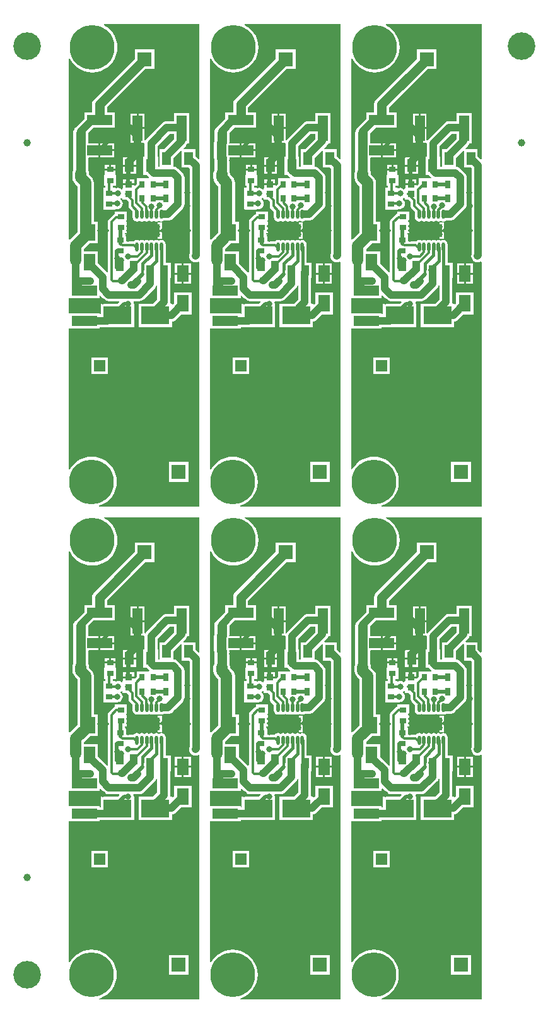
<source format=gtl>
G04*
G04 #@! TF.GenerationSoftware,Altium Limited,Altium Designer,18.1.9 (240)*
G04*
G04 Layer_Physical_Order=1*
G04 Layer_Color=255*
%FSAX25Y25*%
%MOIN*%
G70*
G01*
G75*
%ADD10C,0.03937*%
%ADD11R,0.13386X0.05315*%
%ADD12R,0.02953X0.03543*%
%ADD13R,0.03543X0.02953*%
%ADD14R,0.03150X0.03937*%
%ADD15R,0.15000X0.09449*%
%ADD16R,0.04528X0.06890*%
%ADD17R,0.06496X0.08661*%
%ADD18R,0.03740X0.03347*%
%ADD19R,0.04331X0.05315*%
%ADD20R,0.05315X0.13386*%
%ADD21R,0.04921X0.06890*%
%ADD22R,0.11417X0.06693*%
%ADD23O,0.01772X0.04724*%
%ADD24C,0.03937*%
%ADD25C,0.01968*%
%ADD26C,0.05000*%
%ADD27C,0.01181*%
%ADD28C,0.01575*%
%ADD29C,0.04000*%
%ADD30C,0.05906*%
%ADD31C,0.05118*%
%ADD32C,0.14567*%
%ADD33C,0.23622*%
%ADD34R,0.05906X0.05906*%
%ADD35C,0.05906*%
%ADD36R,0.07677X0.07677*%
%ADD37C,0.07677*%
%ADD38C,0.03150*%
%ADD39C,0.01968*%
G36*
X0502926Y0544394D02*
X0502464Y0544203D01*
X0500795Y0545871D01*
Y0549563D01*
X0494509D01*
X0494318Y0550025D01*
X0495702Y0551408D01*
X0496238Y0552107D01*
X0496448Y0552614D01*
X0497606D01*
Y0568756D01*
X0489535D01*
Y0564375D01*
X0485599D01*
X0485598Y0564375D01*
X0484725Y0564260D01*
X0483911Y0563923D01*
X0483212Y0563386D01*
X0474905Y0555079D01*
X0474368Y0554380D01*
X0474303Y0554223D01*
X0473803Y0554323D01*
Y0560185D01*
X0470646D01*
Y0552992D01*
X0473451D01*
X0473870Y0552722D01*
X0473916Y0552538D01*
Y0545744D01*
X0473276D01*
Y0536098D01*
X0474856D01*
X0474905Y0536034D01*
X0476290Y0534649D01*
X0476268Y0534444D01*
X0476168Y0534149D01*
X0469732D01*
Y0531322D01*
X0468812Y0530402D01*
X0468577Y0530500D01*
X0462610D01*
Y0528933D01*
X0462232D01*
Y0528682D01*
X0461732Y0528435D01*
X0461340Y0528736D01*
X0460621Y0529034D01*
X0459850Y0529135D01*
X0459080Y0529034D01*
X0458776Y0528908D01*
X0458276Y0529149D01*
Y0529149D01*
X0457172D01*
Y0530212D01*
X0458827D01*
Y0535921D01*
X0458743D01*
X0458449Y0536299D01*
X0458449Y0536421D01*
Y0538275D01*
X0455677D01*
X0452906D01*
Y0536421D01*
X0452906Y0536299D01*
X0452611Y0535921D01*
X0452528D01*
Y0530212D01*
X0453158D01*
Y0529149D01*
X0451976D01*
Y0523441D01*
Y0517732D01*
X0458276D01*
Y0517732D01*
X0458776Y0517891D01*
X0459302Y0517821D01*
X0460073Y0517923D01*
X0460791Y0518220D01*
X0461408Y0518694D01*
X0461882Y0519311D01*
X0462179Y0520029D01*
X0462281Y0520800D01*
X0462179Y0521570D01*
X0461882Y0522289D01*
X0461408Y0522906D01*
X0461212Y0523056D01*
X0461277Y0523552D01*
X0461340Y0523578D01*
X0461732Y0523879D01*
X0462232Y0523633D01*
Y0522830D01*
X0464374D01*
X0465418Y0521786D01*
Y0519527D01*
X0465571Y0518759D01*
X0466006Y0518108D01*
X0467562Y0516552D01*
Y0513704D01*
X0467738Y0512821D01*
X0468238Y0512072D01*
X0468987Y0511572D01*
X0469870Y0511396D01*
X0470753Y0511572D01*
X0471150Y0511837D01*
X0471546Y0511572D01*
X0472429Y0511396D01*
X0473312Y0511572D01*
X0473709Y0511837D01*
X0474105Y0511572D01*
X0474988Y0511396D01*
X0475871Y0511572D01*
X0476268Y0511837D01*
X0476664Y0511572D01*
X0477547Y0511396D01*
X0478431Y0511572D01*
X0478827Y0511837D01*
X0479223Y0511572D01*
X0480106Y0511396D01*
X0480990Y0511572D01*
X0481386Y0511837D01*
X0481782Y0511572D01*
X0482665Y0511396D01*
X0483549Y0511572D01*
X0483875Y0511790D01*
X0483906Y0511786D01*
X0486264D01*
X0487137Y0511901D01*
X0487951Y0512238D01*
X0488651Y0512774D01*
X0493985Y0518109D01*
X0494522Y0518808D01*
X0494859Y0519622D01*
X0494974Y0520496D01*
Y0523500D01*
Y0531000D01*
Y0534504D01*
X0494859Y0535377D01*
X0494522Y0536191D01*
X0493985Y0536890D01*
X0491489Y0539386D01*
X0490790Y0539923D01*
X0489976Y0540260D01*
X0489181Y0540365D01*
Y0544888D01*
X0493050Y0548756D01*
X0493512Y0548565D01*
Y0539917D01*
X0497203D01*
X0497735Y0539385D01*
Y0494521D01*
X0497535Y0494039D01*
X0497420Y0493165D01*
X0497535Y0492291D01*
X0497872Y0491477D01*
X0498409Y0490778D01*
X0499108Y0490242D01*
X0499922Y0489905D01*
X0500795Y0489790D01*
X0501669Y0489905D01*
X0502426Y0490218D01*
X0502858Y0490057D01*
X0502926Y0490023D01*
Y0360956D01*
X0449925D01*
X0449865Y0361456D01*
X0450002Y0361488D01*
X0451920Y0362283D01*
X0453690Y0363367D01*
X0455268Y0364716D01*
X0456616Y0366294D01*
X0457701Y0368064D01*
X0458496Y0369982D01*
X0458980Y0372001D01*
X0459143Y0374071D01*
X0458980Y0376140D01*
X0458496Y0378159D01*
X0457701Y0380077D01*
X0456616Y0381847D01*
X0455268Y0383425D01*
X0453690Y0384774D01*
X0451920Y0385858D01*
X0450002Y0386653D01*
X0447983Y0387137D01*
X0445913Y0387300D01*
X0443844Y0387137D01*
X0441825Y0386653D01*
X0439907Y0385858D01*
X0438137Y0384774D01*
X0436558Y0383425D01*
X0435210Y0381847D01*
X0434440Y0380590D01*
X0433940Y0380731D01*
Y0454517D01*
X0433945Y0455015D01*
X0450087D01*
Y0455715D01*
X0454193D01*
X0454562Y0455763D01*
X0468374D01*
Y0467968D01*
X0468108D01*
X0468081Y0468000D01*
X0467979Y0468771D01*
X0467904Y0468953D01*
X0468181Y0469368D01*
X0471066D01*
X0471939Y0469483D01*
X0472753Y0469821D01*
X0473452Y0470357D01*
X0479284Y0476189D01*
X0479821Y0476888D01*
X0480109Y0477584D01*
X0480609Y0477484D01*
Y0470280D01*
X0478297Y0467968D01*
X0470618D01*
Y0455763D01*
X0488374D01*
Y0458677D01*
X0488850Y0458739D01*
X0489664Y0459076D01*
X0490363Y0459613D01*
X0493167Y0462417D01*
X0498728D01*
Y0473834D01*
X0489476D01*
Y0468273D01*
X0488836Y0467633D01*
X0488374Y0467824D01*
Y0467968D01*
X0487744D01*
X0487305Y0468468D01*
X0487360Y0468882D01*
Y0481570D01*
X0487665D01*
Y0489641D01*
X0484952D01*
Y0496273D01*
X0484973Y0496382D01*
Y0499334D01*
X0484798Y0500218D01*
X0484297Y0500966D01*
X0483549Y0501467D01*
X0482665Y0501642D01*
X0481782Y0501467D01*
X0481386Y0501202D01*
X0480990Y0501467D01*
X0480106Y0501642D01*
X0479223Y0501467D01*
X0478827Y0501202D01*
X0478431Y0501467D01*
X0477547Y0501642D01*
X0476664Y0501467D01*
X0476268Y0501202D01*
X0475871Y0501467D01*
X0474988Y0501642D01*
X0474105Y0501467D01*
X0473709Y0501202D01*
X0473312Y0501467D01*
X0472429Y0501642D01*
X0471546Y0501467D01*
X0471150Y0501202D01*
X0470753Y0501467D01*
X0469870Y0501642D01*
X0468987Y0501467D01*
X0468238Y0500966D01*
X0468147Y0500830D01*
X0468087Y0500841D01*
X0464142D01*
Y0501039D01*
X0464102Y0501000D01*
X0464142Y0501157D01*
Y0504543D01*
X0463479D01*
Y0505252D01*
X0464496D01*
Y0510960D01*
Y0516669D01*
X0458197D01*
Y0515508D01*
X0458118Y0515492D01*
X0457467Y0515057D01*
X0455045Y0512635D01*
X0454610Y0511984D01*
X0454458Y0511216D01*
Y0484645D01*
X0453958Y0484461D01*
X0449240Y0489179D01*
Y0495685D01*
X0441817D01*
Y0496789D01*
X0445044Y0500015D01*
X0449240D01*
Y0511433D01*
X0447053D01*
Y0531826D01*
X0446904Y0532957D01*
X0446468Y0534011D01*
X0445774Y0534915D01*
X0444443Y0536246D01*
Y0536460D01*
X0444294Y0537591D01*
X0444046Y0538190D01*
Y0544901D01*
X0444036Y0544978D01*
X0444365Y0545354D01*
X0449547D01*
Y0549011D01*
Y0552669D01*
X0444365D01*
X0444036Y0553045D01*
X0444046Y0553122D01*
Y0557972D01*
X0444036Y0558049D01*
X0446907Y0560921D01*
X0458118D01*
Y0568992D01*
X0453959D01*
Y0571584D01*
X0474181Y0591807D01*
X0479083D01*
Y0602240D01*
X0468650D01*
Y0597338D01*
X0447281Y0575970D01*
X0446660Y0575160D01*
X0446269Y0574217D01*
X0446136Y0573204D01*
Y0568992D01*
X0441976D01*
Y0565537D01*
X0437688Y0561249D01*
X0437417Y0560895D01*
X0437267Y0560780D01*
X0436636Y0559958D01*
X0436239Y0559000D01*
X0436104Y0557972D01*
Y0553563D01*
X0436037Y0553055D01*
Y0544968D01*
X0436104Y0544459D01*
Y0538190D01*
X0435856Y0537591D01*
X0435707Y0536460D01*
Y0534437D01*
X0435855Y0533306D01*
X0436292Y0532253D01*
X0436986Y0531348D01*
X0438317Y0530017D01*
Y0505644D01*
X0435608Y0502935D01*
X0434957Y0502435D01*
X0434440Y0501918D01*
X0433940Y0502032D01*
Y0597298D01*
X0434431Y0597396D01*
X0434480Y0597277D01*
X0435565Y0595507D01*
X0436913Y0593928D01*
X0438491Y0592580D01*
X0440262Y0591495D01*
X0442179Y0590701D01*
X0444198Y0590216D01*
X0446268Y0590053D01*
X0448337Y0590216D01*
X0450356Y0590701D01*
X0452274Y0591495D01*
X0454044Y0592580D01*
X0455622Y0593928D01*
X0456971Y0595507D01*
X0458055Y0597277D01*
X0458850Y0599195D01*
X0459335Y0601214D01*
X0459497Y0603283D01*
X0459335Y0605353D01*
X0458850Y0607371D01*
X0458055Y0609289D01*
X0456971Y0611059D01*
X0455622Y0612638D01*
X0454044Y0613986D01*
X0452351Y0615024D01*
X0452368Y0615524D01*
X0502926D01*
Y0544394D01*
D02*
G37*
G36*
X0428359D02*
X0427897Y0544203D01*
X0426228Y0545871D01*
Y0549563D01*
X0419943D01*
X0419751Y0550025D01*
X0421135Y0551408D01*
X0421671Y0552107D01*
X0421881Y0552614D01*
X0423039D01*
Y0568756D01*
X0414968D01*
Y0564375D01*
X0411032D01*
X0411031Y0564375D01*
X0410158Y0564260D01*
X0409344Y0563923D01*
X0408645Y0563386D01*
X0400338Y0555079D01*
X0399801Y0554380D01*
X0399736Y0554223D01*
X0399236Y0554323D01*
Y0560185D01*
X0396079D01*
Y0552992D01*
X0398884D01*
X0399303Y0552722D01*
X0399349Y0552538D01*
Y0545744D01*
X0398709D01*
Y0536098D01*
X0400289D01*
X0400338Y0536034D01*
X0401723Y0534649D01*
X0401701Y0534444D01*
X0401602Y0534149D01*
X0395165D01*
Y0531322D01*
X0394245Y0530402D01*
X0394011Y0530500D01*
X0388043D01*
Y0528933D01*
X0387665D01*
Y0528682D01*
X0387165Y0528435D01*
X0386773Y0528736D01*
X0386054Y0529034D01*
X0385283Y0529135D01*
X0384513Y0529034D01*
X0384209Y0528908D01*
X0383709Y0529149D01*
Y0529149D01*
X0382606D01*
Y0530212D01*
X0384260D01*
Y0535921D01*
X0384176D01*
X0383882Y0536299D01*
X0383882Y0536421D01*
Y0538275D01*
X0381110D01*
X0378339D01*
Y0536421D01*
X0378339Y0536299D01*
X0378044Y0535921D01*
X0377961D01*
Y0530212D01*
X0378591D01*
Y0529149D01*
X0377409D01*
Y0523441D01*
Y0517732D01*
X0383709D01*
Y0517732D01*
X0384209Y0517891D01*
X0384735Y0517821D01*
X0385506Y0517923D01*
X0386225Y0518220D01*
X0386841Y0518694D01*
X0387315Y0519311D01*
X0387612Y0520029D01*
X0387714Y0520800D01*
X0387612Y0521570D01*
X0387315Y0522289D01*
X0386841Y0522906D01*
X0386645Y0523056D01*
X0386710Y0523552D01*
X0386773Y0523578D01*
X0387165Y0523879D01*
X0387665Y0523633D01*
Y0522830D01*
X0389807D01*
X0390851Y0521786D01*
Y0519527D01*
X0391004Y0518759D01*
X0391439Y0518108D01*
X0392995Y0516552D01*
Y0513704D01*
X0393171Y0512821D01*
X0393671Y0512072D01*
X0394420Y0511572D01*
X0395303Y0511396D01*
X0396186Y0511572D01*
X0396583Y0511837D01*
X0396979Y0511572D01*
X0397862Y0511396D01*
X0398745Y0511572D01*
X0399142Y0511837D01*
X0399538Y0511572D01*
X0400421Y0511396D01*
X0401304Y0511572D01*
X0401701Y0511837D01*
X0402097Y0511572D01*
X0402980Y0511396D01*
X0403864Y0511572D01*
X0404260Y0511837D01*
X0404656Y0511572D01*
X0405539Y0511396D01*
X0406423Y0511572D01*
X0406819Y0511837D01*
X0407215Y0511572D01*
X0408098Y0511396D01*
X0408982Y0511572D01*
X0409308Y0511790D01*
X0409339Y0511786D01*
X0411697D01*
X0412570Y0511901D01*
X0413384Y0512238D01*
X0414084Y0512774D01*
X0419418Y0518109D01*
X0419955Y0518808D01*
X0420292Y0519622D01*
X0420407Y0520496D01*
Y0523500D01*
Y0531000D01*
Y0534504D01*
X0420292Y0535377D01*
X0419955Y0536191D01*
X0419418Y0536890D01*
X0416922Y0539386D01*
X0416223Y0539923D01*
X0415409Y0540260D01*
X0414614Y0540365D01*
Y0544888D01*
X0418483Y0548756D01*
X0418945Y0548565D01*
Y0539917D01*
X0422636D01*
X0423168Y0539385D01*
Y0494521D01*
X0422968Y0494039D01*
X0422853Y0493165D01*
X0422968Y0492291D01*
X0423305Y0491477D01*
X0423842Y0490778D01*
X0424541Y0490242D01*
X0425355Y0489905D01*
X0426228Y0489790D01*
X0427102Y0489905D01*
X0427859Y0490218D01*
X0428291Y0490057D01*
X0428359Y0490023D01*
Y0360956D01*
X0375358D01*
X0375299Y0361456D01*
X0375435Y0361488D01*
X0377353Y0362283D01*
X0379123Y0363367D01*
X0380701Y0364716D01*
X0382049Y0366294D01*
X0383134Y0368064D01*
X0383929Y0369982D01*
X0384413Y0372001D01*
X0384576Y0374071D01*
X0384413Y0376140D01*
X0383929Y0378159D01*
X0383134Y0380077D01*
X0382049Y0381847D01*
X0380701Y0383425D01*
X0379123Y0384774D01*
X0377353Y0385858D01*
X0375435Y0386653D01*
X0373416Y0387137D01*
X0371346Y0387300D01*
X0369277Y0387137D01*
X0367258Y0386653D01*
X0365340Y0385858D01*
X0363570Y0384774D01*
X0361992Y0383425D01*
X0360643Y0381847D01*
X0359873Y0380590D01*
X0359373Y0380731D01*
Y0454517D01*
X0359378Y0455015D01*
X0375520D01*
Y0455715D01*
X0379626D01*
X0379995Y0455763D01*
X0393807D01*
Y0467968D01*
X0393541D01*
X0393514Y0468000D01*
X0393412Y0468771D01*
X0393337Y0468953D01*
X0393615Y0469368D01*
X0396499D01*
X0397372Y0469483D01*
X0398186Y0469821D01*
X0398885Y0470357D01*
X0404717Y0476189D01*
X0405254Y0476888D01*
X0405542Y0477584D01*
X0406042Y0477484D01*
Y0470280D01*
X0403730Y0467968D01*
X0396051D01*
Y0455763D01*
X0413807D01*
Y0458677D01*
X0414283Y0458739D01*
X0415097Y0459076D01*
X0415796Y0459613D01*
X0418600Y0462417D01*
X0424161D01*
Y0473834D01*
X0414909D01*
Y0468273D01*
X0414269Y0467633D01*
X0413807Y0467824D01*
Y0467968D01*
X0413177D01*
X0412738Y0468468D01*
X0412793Y0468882D01*
Y0481570D01*
X0413098D01*
Y0489641D01*
X0410385D01*
Y0496273D01*
X0410406Y0496382D01*
Y0499334D01*
X0410231Y0500218D01*
X0409730Y0500966D01*
X0408982Y0501467D01*
X0408098Y0501642D01*
X0407215Y0501467D01*
X0406819Y0501202D01*
X0406423Y0501467D01*
X0405539Y0501642D01*
X0404656Y0501467D01*
X0404260Y0501202D01*
X0403864Y0501467D01*
X0402980Y0501642D01*
X0402097Y0501467D01*
X0401701Y0501202D01*
X0401304Y0501467D01*
X0400421Y0501642D01*
X0399538Y0501467D01*
X0399142Y0501202D01*
X0398745Y0501467D01*
X0397862Y0501642D01*
X0396979Y0501467D01*
X0396583Y0501202D01*
X0396186Y0501467D01*
X0395303Y0501642D01*
X0394420Y0501467D01*
X0393671Y0500966D01*
X0393580Y0500830D01*
X0393520Y0500841D01*
X0389575D01*
Y0501039D01*
X0389535Y0501000D01*
X0389575Y0501157D01*
Y0504543D01*
X0388912D01*
Y0505252D01*
X0389929D01*
Y0510960D01*
Y0516669D01*
X0383630D01*
Y0515508D01*
X0383551Y0515492D01*
X0382900Y0515057D01*
X0380478Y0512635D01*
X0380043Y0511984D01*
X0379890Y0511216D01*
Y0484645D01*
X0379391Y0484461D01*
X0374673Y0489179D01*
Y0495685D01*
X0367250D01*
Y0496789D01*
X0370477Y0500015D01*
X0374673D01*
Y0511433D01*
X0372486D01*
Y0531826D01*
X0372337Y0532957D01*
X0371901Y0534011D01*
X0371207Y0534915D01*
X0369876Y0536246D01*
Y0536460D01*
X0369727Y0537591D01*
X0369479Y0538190D01*
Y0544901D01*
X0369469Y0544978D01*
X0369798Y0545354D01*
X0374980D01*
Y0549011D01*
Y0552669D01*
X0369798D01*
X0369469Y0553045D01*
X0369479Y0553122D01*
Y0557972D01*
X0369469Y0558049D01*
X0372340Y0560921D01*
X0383551D01*
Y0568992D01*
X0379392D01*
Y0571584D01*
X0399614Y0591807D01*
X0404516D01*
Y0602240D01*
X0394083D01*
Y0597338D01*
X0372714Y0575970D01*
X0372093Y0575160D01*
X0371702Y0574217D01*
X0371569Y0573204D01*
Y0568992D01*
X0367409D01*
Y0565537D01*
X0363121Y0561249D01*
X0362850Y0560895D01*
X0362700Y0560780D01*
X0362069Y0559958D01*
X0361672Y0559000D01*
X0361537Y0557972D01*
Y0553563D01*
X0361470Y0553055D01*
Y0544968D01*
X0361537Y0544459D01*
Y0538190D01*
X0361289Y0537591D01*
X0361140Y0536460D01*
Y0534437D01*
X0361289Y0533306D01*
X0361725Y0532253D01*
X0362419Y0531348D01*
X0363750Y0530017D01*
Y0505644D01*
X0361041Y0502935D01*
X0360390Y0502435D01*
X0359873Y0501918D01*
X0359373Y0502032D01*
Y0597298D01*
X0359864Y0597396D01*
X0359913Y0597277D01*
X0360998Y0595507D01*
X0362346Y0593928D01*
X0363925Y0592580D01*
X0365695Y0591495D01*
X0367613Y0590701D01*
X0369631Y0590216D01*
X0371701Y0590053D01*
X0373770Y0590216D01*
X0375789Y0590701D01*
X0377707Y0591495D01*
X0379477Y0592580D01*
X0381056Y0593928D01*
X0382404Y0595507D01*
X0383489Y0597277D01*
X0384283Y0599195D01*
X0384768Y0601214D01*
X0384930Y0603283D01*
X0384768Y0605353D01*
X0384283Y0607371D01*
X0383489Y0609289D01*
X0382404Y0611059D01*
X0381056Y0612638D01*
X0379477Y0613986D01*
X0377784Y0615024D01*
X0377801Y0615524D01*
X0428359D01*
Y0544394D01*
D02*
G37*
G36*
X0353792D02*
X0353330Y0544203D01*
X0351661Y0545871D01*
Y0549563D01*
X0345375D01*
X0345184Y0550025D01*
X0346568Y0551408D01*
X0347104Y0552107D01*
X0347314Y0552614D01*
X0348472D01*
Y0568756D01*
X0340402D01*
Y0564375D01*
X0336465D01*
X0336465Y0564375D01*
X0335591Y0564260D01*
X0334777Y0563923D01*
X0334078Y0563386D01*
X0325771Y0555079D01*
X0325234Y0554380D01*
X0325169Y0554223D01*
X0324669Y0554323D01*
Y0560185D01*
X0321512D01*
Y0552992D01*
X0324317D01*
X0324736Y0552722D01*
X0324782Y0552538D01*
Y0545744D01*
X0324142D01*
Y0536098D01*
X0325722D01*
X0325771Y0536034D01*
X0327156Y0534649D01*
X0327135Y0534444D01*
X0327035Y0534149D01*
X0320598D01*
Y0531322D01*
X0319678Y0530402D01*
X0319444Y0530500D01*
X0313476D01*
Y0528933D01*
X0313098D01*
Y0528682D01*
X0312598Y0528435D01*
X0312206Y0528736D01*
X0311487Y0529034D01*
X0310717Y0529135D01*
X0309946Y0529034D01*
X0309642Y0528908D01*
X0309142Y0529149D01*
Y0529149D01*
X0308039D01*
Y0530212D01*
X0309693D01*
Y0535921D01*
X0309610D01*
X0309315Y0536299D01*
X0309315Y0536421D01*
Y0538275D01*
X0306543D01*
X0303772D01*
Y0536421D01*
X0303772Y0536299D01*
X0303477Y0535921D01*
X0303394D01*
Y0530212D01*
X0304024D01*
Y0529149D01*
X0302842D01*
Y0523441D01*
Y0517732D01*
X0309142D01*
Y0517732D01*
X0309642Y0517891D01*
X0310169Y0517821D01*
X0310939Y0517923D01*
X0311658Y0518220D01*
X0312274Y0518694D01*
X0312748Y0519311D01*
X0313045Y0520029D01*
X0313147Y0520800D01*
X0313045Y0521570D01*
X0312748Y0522289D01*
X0312274Y0522906D01*
X0312078Y0523056D01*
X0312143Y0523552D01*
X0312206Y0523578D01*
X0312598Y0523879D01*
X0313098Y0523633D01*
Y0522830D01*
X0315240D01*
X0316284Y0521786D01*
Y0519527D01*
X0316437Y0518759D01*
X0316872Y0518108D01*
X0318428Y0516552D01*
Y0513704D01*
X0318604Y0512821D01*
X0319104Y0512072D01*
X0319853Y0511572D01*
X0320736Y0511396D01*
X0321620Y0511572D01*
X0322016Y0511837D01*
X0322412Y0511572D01*
X0323295Y0511396D01*
X0324179Y0511572D01*
X0324575Y0511837D01*
X0324971Y0511572D01*
X0325854Y0511396D01*
X0326738Y0511572D01*
X0327134Y0511837D01*
X0327530Y0511572D01*
X0328413Y0511396D01*
X0329297Y0511572D01*
X0329693Y0511837D01*
X0330089Y0511572D01*
X0330972Y0511396D01*
X0331856Y0511572D01*
X0332252Y0511837D01*
X0332648Y0511572D01*
X0333531Y0511396D01*
X0334415Y0511572D01*
X0334741Y0511790D01*
X0334772Y0511786D01*
X0337130D01*
X0338003Y0511901D01*
X0338818Y0512238D01*
X0339517Y0512774D01*
X0344851Y0518109D01*
X0345388Y0518808D01*
X0345725Y0519622D01*
X0345840Y0520496D01*
Y0523500D01*
Y0531000D01*
Y0534504D01*
X0345725Y0535377D01*
X0345388Y0536191D01*
X0344851Y0536890D01*
X0342355Y0539386D01*
X0341656Y0539923D01*
X0340842Y0540260D01*
X0340047Y0540365D01*
Y0544888D01*
X0343916Y0548756D01*
X0344378Y0548565D01*
Y0539917D01*
X0348069D01*
X0348601Y0539385D01*
Y0494521D01*
X0348401Y0494039D01*
X0348286Y0493165D01*
X0348401Y0492291D01*
X0348738Y0491477D01*
X0349275Y0490778D01*
X0349974Y0490242D01*
X0350788Y0489905D01*
X0351661Y0489790D01*
X0352535Y0489905D01*
X0353292Y0490218D01*
X0353724Y0490057D01*
X0353792Y0490023D01*
Y0360956D01*
X0300791D01*
X0300732Y0361456D01*
X0300868Y0361488D01*
X0302786Y0362283D01*
X0304556Y0363367D01*
X0306134Y0364716D01*
X0307483Y0366294D01*
X0308567Y0368064D01*
X0309362Y0369982D01*
X0309846Y0372001D01*
X0310009Y0374071D01*
X0309846Y0376140D01*
X0309362Y0378159D01*
X0308567Y0380077D01*
X0307483Y0381847D01*
X0306134Y0383425D01*
X0304556Y0384774D01*
X0302786Y0385858D01*
X0300868Y0386653D01*
X0298849Y0387137D01*
X0296779Y0387300D01*
X0294710Y0387137D01*
X0292691Y0386653D01*
X0290773Y0385858D01*
X0289003Y0384774D01*
X0287425Y0383425D01*
X0286076Y0381847D01*
X0285306Y0380590D01*
X0284806Y0380731D01*
Y0454517D01*
X0284811Y0455015D01*
X0300953D01*
Y0455715D01*
X0305059D01*
X0305428Y0455763D01*
X0319240D01*
Y0467968D01*
X0318974D01*
X0318947Y0468000D01*
X0318845Y0468771D01*
X0318770Y0468953D01*
X0319048Y0469368D01*
X0321932D01*
X0322805Y0469483D01*
X0323619Y0469821D01*
X0324318Y0470357D01*
X0330151Y0476189D01*
X0330687Y0476888D01*
X0330975Y0477584D01*
X0331475Y0477484D01*
Y0470280D01*
X0329164Y0467968D01*
X0321484D01*
Y0455763D01*
X0339240D01*
Y0458677D01*
X0339716Y0458739D01*
X0340530Y0459076D01*
X0341229Y0459613D01*
X0344033Y0462417D01*
X0349594D01*
Y0473834D01*
X0340342D01*
Y0468273D01*
X0339702Y0467633D01*
X0339240Y0467824D01*
Y0467968D01*
X0338610D01*
X0338171Y0468468D01*
X0338226Y0468882D01*
Y0481570D01*
X0338531D01*
Y0489641D01*
X0335818D01*
Y0496273D01*
X0335840Y0496382D01*
Y0499334D01*
X0335664Y0500218D01*
X0335164Y0500966D01*
X0334415Y0501467D01*
X0333531Y0501642D01*
X0332648Y0501467D01*
X0332252Y0501202D01*
X0331856Y0501467D01*
X0330972Y0501642D01*
X0330089Y0501467D01*
X0329693Y0501202D01*
X0329297Y0501467D01*
X0328413Y0501642D01*
X0327530Y0501467D01*
X0327134Y0501202D01*
X0326738Y0501467D01*
X0325854Y0501642D01*
X0324971Y0501467D01*
X0324575Y0501202D01*
X0324179Y0501467D01*
X0323295Y0501642D01*
X0322412Y0501467D01*
X0322016Y0501202D01*
X0321620Y0501467D01*
X0320736Y0501642D01*
X0319853Y0501467D01*
X0319104Y0500966D01*
X0319013Y0500830D01*
X0318953Y0500841D01*
X0315008D01*
Y0501039D01*
X0314968Y0501000D01*
X0315008Y0501157D01*
Y0504543D01*
X0314346D01*
Y0505252D01*
X0315362D01*
Y0510960D01*
Y0516669D01*
X0309063D01*
Y0515508D01*
X0308984Y0515492D01*
X0308333Y0515057D01*
X0305911Y0512635D01*
X0305476Y0511984D01*
X0305324Y0511216D01*
Y0484645D01*
X0304824Y0484461D01*
X0300106Y0489179D01*
Y0495685D01*
X0292683D01*
Y0496789D01*
X0295910Y0500015D01*
X0300106D01*
Y0511433D01*
X0297919D01*
Y0531826D01*
X0297770Y0532957D01*
X0297334Y0534011D01*
X0296640Y0534915D01*
X0295309Y0536246D01*
Y0536460D01*
X0295160Y0537591D01*
X0294912Y0538190D01*
Y0544901D01*
X0294902Y0544978D01*
X0295231Y0545354D01*
X0300413D01*
Y0549011D01*
Y0552669D01*
X0295231D01*
X0294902Y0553045D01*
X0294912Y0553122D01*
Y0557972D01*
X0294902Y0558049D01*
X0297773Y0560921D01*
X0308984D01*
Y0568992D01*
X0304825D01*
Y0571584D01*
X0325047Y0591807D01*
X0329949D01*
Y0602240D01*
X0319516D01*
Y0597338D01*
X0298148Y0575970D01*
X0297526Y0575160D01*
X0297135Y0574217D01*
X0297002Y0573204D01*
Y0568992D01*
X0292843D01*
Y0565537D01*
X0288554Y0561249D01*
X0288283Y0560895D01*
X0288133Y0560780D01*
X0287502Y0559958D01*
X0287105Y0559000D01*
X0286970Y0557972D01*
Y0553563D01*
X0286903Y0553055D01*
Y0544968D01*
X0286970Y0544459D01*
Y0538190D01*
X0286722Y0537591D01*
X0286573Y0536460D01*
Y0534437D01*
X0286722Y0533306D01*
X0287158Y0532253D01*
X0287852Y0531348D01*
X0289183Y0530017D01*
Y0505644D01*
X0286474Y0502935D01*
X0285823Y0502435D01*
X0285306Y0501918D01*
X0284806Y0502032D01*
Y0597298D01*
X0285297Y0597396D01*
X0285346Y0597277D01*
X0286431Y0595507D01*
X0287779Y0593928D01*
X0289358Y0592580D01*
X0291128Y0591495D01*
X0293046Y0590701D01*
X0295064Y0590216D01*
X0297134Y0590053D01*
X0299203Y0590216D01*
X0301222Y0590701D01*
X0303140Y0591495D01*
X0304910Y0592580D01*
X0306489Y0593928D01*
X0307837Y0595507D01*
X0308922Y0597277D01*
X0309716Y0599195D01*
X0310201Y0601214D01*
X0310364Y0603283D01*
X0310201Y0605353D01*
X0309716Y0607371D01*
X0308922Y0609289D01*
X0307837Y0611059D01*
X0306489Y0612638D01*
X0304910Y0613986D01*
X0303217Y0615024D01*
X0303234Y0615524D01*
X0353792D01*
Y0544394D01*
D02*
G37*
G36*
X0489535Y0554789D02*
X0484309Y0549563D01*
X0481898D01*
Y0540375D01*
X0480953D01*
Y0545744D01*
X0480667D01*
Y0551295D01*
X0486997Y0557624D01*
X0489535D01*
Y0554789D01*
D02*
G37*
G36*
X0414968D02*
X0409742Y0549563D01*
X0407331D01*
Y0540375D01*
X0406386D01*
Y0545744D01*
X0406100D01*
Y0551295D01*
X0412430Y0557624D01*
X0414968D01*
Y0554789D01*
D02*
G37*
G36*
X0340402D02*
X0335175Y0549563D01*
X0332764D01*
Y0540375D01*
X0331819D01*
Y0545744D01*
X0331533D01*
Y0551295D01*
X0337863Y0557624D01*
X0340402D01*
Y0554789D01*
D02*
G37*
G36*
X0452539Y0470357D02*
X0453238Y0469821D01*
X0454052Y0469483D01*
X0454925Y0469368D01*
X0460412D01*
X0460603Y0468906D01*
X0459665Y0467968D01*
X0450618D01*
Y0462465D01*
X0450087D01*
Y0463086D01*
X0433945D01*
X0433940Y0463584D01*
Y0470462D01*
X0433945Y0470960D01*
X0450087D01*
Y0472156D01*
X0450549Y0472347D01*
X0452539Y0470357D01*
D02*
G37*
G36*
X0377972D02*
X0378671Y0469821D01*
X0379485Y0469483D01*
X0380358Y0469368D01*
X0385845D01*
X0386036Y0468906D01*
X0385098Y0467968D01*
X0376051D01*
Y0462465D01*
X0375520D01*
Y0463086D01*
X0359378D01*
X0359373Y0463584D01*
Y0470462D01*
X0359378Y0470960D01*
X0375520D01*
Y0472156D01*
X0375982Y0472347D01*
X0377972Y0470357D01*
D02*
G37*
G36*
X0303405D02*
X0304104Y0469821D01*
X0304918Y0469483D01*
X0305791Y0469368D01*
X0311278D01*
X0311469Y0468906D01*
X0310531Y0467968D01*
X0301484D01*
Y0462465D01*
X0300953D01*
Y0463086D01*
X0284811D01*
X0284806Y0463584D01*
Y0470462D01*
X0284811Y0470960D01*
X0300953D01*
Y0472156D01*
X0301415Y0472347D01*
X0303405Y0470357D01*
D02*
G37*
G36*
X0502926Y0284245D02*
X0502464Y0284053D01*
X0500795Y0285722D01*
Y0289413D01*
X0494509D01*
X0494318Y0289875D01*
X0495702Y0291259D01*
X0496238Y0291958D01*
X0496448Y0292465D01*
X0497606D01*
Y0308606D01*
X0489535D01*
Y0304226D01*
X0485599D01*
X0485598Y0304226D01*
X0484725Y0304111D01*
X0483911Y0303773D01*
X0483212Y0303237D01*
X0474905Y0294930D01*
X0474368Y0294231D01*
X0474303Y0294074D01*
X0473803Y0294173D01*
Y0300035D01*
X0470646D01*
Y0292843D01*
X0473451D01*
X0473870Y0292573D01*
X0473916Y0292389D01*
Y0285595D01*
X0473276D01*
Y0275949D01*
X0474856D01*
X0474905Y0275885D01*
X0476290Y0274500D01*
X0476268Y0274294D01*
X0476168Y0274000D01*
X0469732D01*
Y0271173D01*
X0468812Y0270253D01*
X0468577Y0270350D01*
X0462610D01*
Y0268783D01*
X0462232D01*
Y0268532D01*
X0461732Y0268286D01*
X0461340Y0268587D01*
X0460621Y0268885D01*
X0459850Y0268986D01*
X0459080Y0268885D01*
X0458776Y0268759D01*
X0458276Y0269000D01*
Y0269000D01*
X0457172D01*
Y0270063D01*
X0458827D01*
Y0275772D01*
X0458743D01*
X0458449Y0276150D01*
X0458449Y0276272D01*
Y0278126D01*
X0455677D01*
X0452906D01*
Y0276272D01*
X0452906Y0276150D01*
X0452611Y0275772D01*
X0452528D01*
Y0270063D01*
X0453158D01*
Y0269000D01*
X0451976D01*
Y0263291D01*
Y0257583D01*
X0458276D01*
Y0257583D01*
X0458776Y0257741D01*
X0459302Y0257672D01*
X0460073Y0257774D01*
X0460791Y0258071D01*
X0461408Y0258544D01*
X0461882Y0259161D01*
X0462179Y0259880D01*
X0462281Y0260650D01*
X0462179Y0261421D01*
X0461882Y0262140D01*
X0461408Y0262756D01*
X0461212Y0262907D01*
X0461277Y0263403D01*
X0461340Y0263429D01*
X0461732Y0263730D01*
X0462232Y0263483D01*
Y0262681D01*
X0464374D01*
X0465418Y0261637D01*
Y0259378D01*
X0465571Y0258610D01*
X0466006Y0257959D01*
X0467562Y0256403D01*
Y0253555D01*
X0467738Y0252672D01*
X0468238Y0251923D01*
X0468987Y0251423D01*
X0469870Y0251247D01*
X0470753Y0251423D01*
X0471150Y0251688D01*
X0471546Y0251423D01*
X0472429Y0251247D01*
X0473312Y0251423D01*
X0473709Y0251688D01*
X0474105Y0251423D01*
X0474988Y0251247D01*
X0475871Y0251423D01*
X0476268Y0251688D01*
X0476664Y0251423D01*
X0477547Y0251247D01*
X0478431Y0251423D01*
X0478827Y0251688D01*
X0479223Y0251423D01*
X0480106Y0251247D01*
X0480990Y0251423D01*
X0481386Y0251688D01*
X0481782Y0251423D01*
X0482665Y0251247D01*
X0483549Y0251423D01*
X0483875Y0251641D01*
X0483906Y0251637D01*
X0486264D01*
X0487137Y0251751D01*
X0487951Y0252089D01*
X0488651Y0252625D01*
X0493985Y0257960D01*
X0494522Y0258659D01*
X0494859Y0259473D01*
X0494974Y0260347D01*
Y0263350D01*
Y0270850D01*
Y0274354D01*
X0494859Y0275228D01*
X0494522Y0276042D01*
X0493985Y0276741D01*
X0491489Y0279237D01*
X0490790Y0279773D01*
X0489976Y0280111D01*
X0489181Y0280215D01*
Y0284738D01*
X0493050Y0288607D01*
X0493512Y0288416D01*
Y0279768D01*
X0497203D01*
X0497735Y0279236D01*
Y0234372D01*
X0497535Y0233889D01*
X0497420Y0233016D01*
X0497535Y0232142D01*
X0497872Y0231328D01*
X0498409Y0230629D01*
X0499108Y0230093D01*
X0499922Y0229755D01*
X0500795Y0229640D01*
X0501669Y0229755D01*
X0502426Y0230069D01*
X0502858Y0229908D01*
X0502926Y0229874D01*
Y0100806D01*
X0449925D01*
X0449865Y0101306D01*
X0450002Y0101339D01*
X0451920Y0102134D01*
X0453690Y0103218D01*
X0455268Y0104566D01*
X0456616Y0106145D01*
X0457701Y0107915D01*
X0458496Y0109833D01*
X0458980Y0111852D01*
X0459143Y0113921D01*
X0458980Y0115991D01*
X0458496Y0118009D01*
X0457701Y0119927D01*
X0456616Y0121697D01*
X0455268Y0123276D01*
X0453690Y0124624D01*
X0451920Y0125709D01*
X0450002Y0126504D01*
X0447983Y0126988D01*
X0445913Y0127151D01*
X0443844Y0126988D01*
X0441825Y0126504D01*
X0439907Y0125709D01*
X0438137Y0124624D01*
X0436558Y0123276D01*
X0435210Y0121697D01*
X0434440Y0120441D01*
X0433940Y0120582D01*
Y0194368D01*
X0433945Y0194866D01*
X0450087D01*
Y0195566D01*
X0454193D01*
X0454562Y0195614D01*
X0468374D01*
Y0207819D01*
X0468108D01*
X0468081Y0207850D01*
X0467979Y0208621D01*
X0467904Y0208803D01*
X0468181Y0209219D01*
X0471066D01*
X0471939Y0209334D01*
X0472753Y0209671D01*
X0473452Y0210208D01*
X0479284Y0216040D01*
X0479821Y0216739D01*
X0480109Y0217435D01*
X0480609Y0217335D01*
Y0210130D01*
X0478297Y0207819D01*
X0470618D01*
Y0195614D01*
X0488374D01*
Y0198527D01*
X0488850Y0198590D01*
X0489664Y0198927D01*
X0490363Y0199464D01*
X0493167Y0202268D01*
X0498728D01*
Y0213685D01*
X0489476D01*
Y0208124D01*
X0488836Y0207483D01*
X0488374Y0207675D01*
Y0207819D01*
X0487744D01*
X0487305Y0208319D01*
X0487360Y0208732D01*
Y0221421D01*
X0487665D01*
Y0229492D01*
X0484952D01*
Y0236124D01*
X0484973Y0236232D01*
Y0239185D01*
X0484798Y0240068D01*
X0484297Y0240817D01*
X0483549Y0241318D01*
X0482665Y0241493D01*
X0481782Y0241318D01*
X0481386Y0241053D01*
X0480990Y0241318D01*
X0480106Y0241493D01*
X0479223Y0241318D01*
X0478827Y0241053D01*
X0478431Y0241318D01*
X0477547Y0241493D01*
X0476664Y0241318D01*
X0476268Y0241053D01*
X0475871Y0241318D01*
X0474988Y0241493D01*
X0474105Y0241318D01*
X0473709Y0241053D01*
X0473312Y0241318D01*
X0472429Y0241493D01*
X0471546Y0241318D01*
X0471150Y0241053D01*
X0470753Y0241318D01*
X0469870Y0241493D01*
X0468987Y0241318D01*
X0468238Y0240817D01*
X0468147Y0240680D01*
X0468087Y0240692D01*
X0464142D01*
Y0240890D01*
X0464102Y0240850D01*
X0464142Y0241008D01*
Y0244394D01*
X0463479D01*
Y0245102D01*
X0464496D01*
Y0250811D01*
Y0256520D01*
X0458197D01*
Y0255358D01*
X0458118Y0255343D01*
X0457467Y0254907D01*
X0455045Y0252486D01*
X0454610Y0251835D01*
X0454458Y0251067D01*
Y0224496D01*
X0453958Y0224312D01*
X0449240Y0229029D01*
Y0235535D01*
X0441817D01*
Y0236639D01*
X0445044Y0239866D01*
X0449240D01*
Y0251284D01*
X0447053D01*
Y0271677D01*
X0446904Y0272808D01*
X0446468Y0273861D01*
X0445774Y0274766D01*
X0444443Y0276097D01*
Y0276311D01*
X0444294Y0277442D01*
X0444046Y0278041D01*
Y0284752D01*
X0444036Y0284829D01*
X0444365Y0285205D01*
X0449547D01*
Y0288862D01*
Y0292520D01*
X0444365D01*
X0444036Y0292896D01*
X0444046Y0292973D01*
Y0297823D01*
X0444036Y0297900D01*
X0446907Y0300772D01*
X0458118D01*
Y0308842D01*
X0453959D01*
Y0311435D01*
X0474181Y0331658D01*
X0479083D01*
Y0342091D01*
X0468650D01*
Y0337189D01*
X0447281Y0315821D01*
X0446660Y0315011D01*
X0446269Y0314068D01*
X0446136Y0313055D01*
Y0308842D01*
X0441976D01*
Y0305388D01*
X0437688Y0301099D01*
X0437417Y0300746D01*
X0437267Y0300631D01*
X0436636Y0299808D01*
X0436239Y0298851D01*
X0436104Y0297823D01*
Y0293414D01*
X0436037Y0292906D01*
Y0284819D01*
X0436104Y0284310D01*
Y0278041D01*
X0435856Y0277442D01*
X0435707Y0276311D01*
Y0274287D01*
X0435855Y0273157D01*
X0436292Y0272103D01*
X0436986Y0271199D01*
X0438317Y0269868D01*
Y0245494D01*
X0435608Y0242786D01*
X0434957Y0242285D01*
X0434440Y0241769D01*
X0433940Y0241882D01*
Y0337149D01*
X0434431Y0337247D01*
X0434480Y0337128D01*
X0435565Y0335358D01*
X0436913Y0333779D01*
X0438491Y0332431D01*
X0440262Y0331346D01*
X0442179Y0330552D01*
X0444198Y0330067D01*
X0446268Y0329904D01*
X0448337Y0330067D01*
X0450356Y0330552D01*
X0452274Y0331346D01*
X0454044Y0332431D01*
X0455622Y0333779D01*
X0456971Y0335358D01*
X0458055Y0337128D01*
X0458850Y0339046D01*
X0459335Y0341064D01*
X0459497Y0343134D01*
X0459335Y0345203D01*
X0458850Y0347222D01*
X0458055Y0349140D01*
X0456971Y0350910D01*
X0455622Y0352489D01*
X0454044Y0353837D01*
X0452351Y0354874D01*
X0452368Y0355374D01*
X0502926D01*
Y0284245D01*
D02*
G37*
G36*
X0428359D02*
X0427897Y0284053D01*
X0426228Y0285722D01*
Y0289413D01*
X0419943D01*
X0419751Y0289875D01*
X0421135Y0291259D01*
X0421671Y0291958D01*
X0421881Y0292465D01*
X0423039D01*
Y0308606D01*
X0414968D01*
Y0304226D01*
X0411032D01*
X0411031Y0304226D01*
X0410158Y0304111D01*
X0409344Y0303773D01*
X0408645Y0303237D01*
X0400338Y0294930D01*
X0399801Y0294231D01*
X0399736Y0294074D01*
X0399236Y0294173D01*
Y0300035D01*
X0396079D01*
Y0292843D01*
X0398884D01*
X0399303Y0292573D01*
X0399349Y0292389D01*
Y0285595D01*
X0398709D01*
Y0275949D01*
X0400289D01*
X0400338Y0275885D01*
X0401723Y0274500D01*
X0401701Y0274294D01*
X0401602Y0274000D01*
X0395165D01*
Y0271173D01*
X0394245Y0270253D01*
X0394011Y0270350D01*
X0388043D01*
Y0268783D01*
X0387665D01*
Y0268532D01*
X0387165Y0268286D01*
X0386773Y0268587D01*
X0386054Y0268885D01*
X0385283Y0268986D01*
X0384513Y0268885D01*
X0384209Y0268759D01*
X0383709Y0269000D01*
Y0269000D01*
X0382606D01*
Y0270063D01*
X0384260D01*
Y0275772D01*
X0384176D01*
X0383882Y0276150D01*
X0383882Y0276272D01*
Y0278126D01*
X0381110D01*
X0378339D01*
Y0276272D01*
X0378339Y0276150D01*
X0378044Y0275772D01*
X0377961D01*
Y0270063D01*
X0378591D01*
Y0269000D01*
X0377409D01*
Y0263291D01*
Y0257583D01*
X0383709D01*
Y0257583D01*
X0384209Y0257741D01*
X0384735Y0257672D01*
X0385506Y0257774D01*
X0386225Y0258071D01*
X0386841Y0258544D01*
X0387315Y0259161D01*
X0387612Y0259880D01*
X0387714Y0260650D01*
X0387612Y0261421D01*
X0387315Y0262140D01*
X0386841Y0262756D01*
X0386645Y0262907D01*
X0386710Y0263403D01*
X0386773Y0263429D01*
X0387165Y0263730D01*
X0387665Y0263483D01*
Y0262681D01*
X0389807D01*
X0390851Y0261637D01*
Y0259378D01*
X0391004Y0258610D01*
X0391439Y0257959D01*
X0392995Y0256403D01*
Y0253555D01*
X0393171Y0252672D01*
X0393671Y0251923D01*
X0394420Y0251423D01*
X0395303Y0251247D01*
X0396186Y0251423D01*
X0396583Y0251688D01*
X0396979Y0251423D01*
X0397862Y0251247D01*
X0398745Y0251423D01*
X0399142Y0251688D01*
X0399538Y0251423D01*
X0400421Y0251247D01*
X0401304Y0251423D01*
X0401701Y0251688D01*
X0402097Y0251423D01*
X0402980Y0251247D01*
X0403864Y0251423D01*
X0404260Y0251688D01*
X0404656Y0251423D01*
X0405539Y0251247D01*
X0406423Y0251423D01*
X0406819Y0251688D01*
X0407215Y0251423D01*
X0408098Y0251247D01*
X0408982Y0251423D01*
X0409308Y0251641D01*
X0409339Y0251637D01*
X0411697D01*
X0412570Y0251751D01*
X0413384Y0252089D01*
X0414084Y0252625D01*
X0419418Y0257960D01*
X0419955Y0258659D01*
X0420292Y0259473D01*
X0420407Y0260347D01*
Y0263350D01*
Y0270850D01*
Y0274354D01*
X0420292Y0275228D01*
X0419955Y0276042D01*
X0419418Y0276741D01*
X0416922Y0279237D01*
X0416223Y0279773D01*
X0415409Y0280111D01*
X0414614Y0280215D01*
Y0284738D01*
X0418483Y0288607D01*
X0418945Y0288416D01*
Y0279768D01*
X0422636D01*
X0423168Y0279236D01*
Y0234372D01*
X0422968Y0233889D01*
X0422853Y0233016D01*
X0422968Y0232142D01*
X0423305Y0231328D01*
X0423842Y0230629D01*
X0424541Y0230093D01*
X0425355Y0229755D01*
X0426228Y0229640D01*
X0427102Y0229755D01*
X0427859Y0230069D01*
X0428291Y0229908D01*
X0428359Y0229874D01*
Y0100806D01*
X0375358D01*
X0375299Y0101306D01*
X0375435Y0101339D01*
X0377353Y0102134D01*
X0379123Y0103218D01*
X0380701Y0104566D01*
X0382049Y0106145D01*
X0383134Y0107915D01*
X0383929Y0109833D01*
X0384413Y0111852D01*
X0384576Y0113921D01*
X0384413Y0115991D01*
X0383929Y0118009D01*
X0383134Y0119927D01*
X0382049Y0121697D01*
X0380701Y0123276D01*
X0379123Y0124624D01*
X0377353Y0125709D01*
X0375435Y0126504D01*
X0373416Y0126988D01*
X0371346Y0127151D01*
X0369277Y0126988D01*
X0367258Y0126504D01*
X0365340Y0125709D01*
X0363570Y0124624D01*
X0361992Y0123276D01*
X0360643Y0121697D01*
X0359873Y0120441D01*
X0359373Y0120582D01*
Y0194368D01*
X0359378Y0194866D01*
X0375520D01*
Y0195566D01*
X0379626D01*
X0379995Y0195614D01*
X0393807D01*
Y0207819D01*
X0393541D01*
X0393514Y0207850D01*
X0393412Y0208621D01*
X0393337Y0208803D01*
X0393615Y0209219D01*
X0396499D01*
X0397372Y0209334D01*
X0398186Y0209671D01*
X0398885Y0210208D01*
X0404717Y0216040D01*
X0405254Y0216739D01*
X0405542Y0217435D01*
X0406042Y0217335D01*
Y0210130D01*
X0403730Y0207819D01*
X0396051D01*
Y0195614D01*
X0413807D01*
Y0198527D01*
X0414283Y0198590D01*
X0415097Y0198927D01*
X0415796Y0199464D01*
X0418600Y0202268D01*
X0424161D01*
Y0213685D01*
X0414909D01*
Y0208124D01*
X0414269Y0207483D01*
X0413807Y0207675D01*
Y0207819D01*
X0413177D01*
X0412738Y0208319D01*
X0412793Y0208732D01*
Y0221421D01*
X0413098D01*
Y0229492D01*
X0410385D01*
Y0236124D01*
X0410406Y0236232D01*
Y0239185D01*
X0410231Y0240068D01*
X0409730Y0240817D01*
X0408982Y0241318D01*
X0408098Y0241493D01*
X0407215Y0241318D01*
X0406819Y0241053D01*
X0406423Y0241318D01*
X0405539Y0241493D01*
X0404656Y0241318D01*
X0404260Y0241053D01*
X0403864Y0241318D01*
X0402980Y0241493D01*
X0402097Y0241318D01*
X0401701Y0241053D01*
X0401304Y0241318D01*
X0400421Y0241493D01*
X0399538Y0241318D01*
X0399142Y0241053D01*
X0398745Y0241318D01*
X0397862Y0241493D01*
X0396979Y0241318D01*
X0396583Y0241053D01*
X0396186Y0241318D01*
X0395303Y0241493D01*
X0394420Y0241318D01*
X0393671Y0240817D01*
X0393580Y0240680D01*
X0393520Y0240692D01*
X0389575D01*
Y0240890D01*
X0389535Y0240850D01*
X0389575Y0241008D01*
Y0244394D01*
X0388912D01*
Y0245102D01*
X0389929D01*
Y0250811D01*
Y0256520D01*
X0383630D01*
Y0255358D01*
X0383551Y0255343D01*
X0382900Y0254907D01*
X0380478Y0252486D01*
X0380043Y0251835D01*
X0379890Y0251067D01*
Y0224496D01*
X0379391Y0224312D01*
X0374673Y0229029D01*
Y0235535D01*
X0367250D01*
Y0236639D01*
X0370477Y0239866D01*
X0374673D01*
Y0251284D01*
X0372486D01*
Y0271677D01*
X0372337Y0272808D01*
X0371901Y0273861D01*
X0371207Y0274766D01*
X0369876Y0276097D01*
Y0276311D01*
X0369727Y0277442D01*
X0369479Y0278041D01*
Y0284752D01*
X0369469Y0284829D01*
X0369798Y0285205D01*
X0374980D01*
Y0288862D01*
Y0292520D01*
X0369798D01*
X0369469Y0292896D01*
X0369479Y0292973D01*
Y0297823D01*
X0369469Y0297900D01*
X0372340Y0300772D01*
X0383551D01*
Y0308842D01*
X0379392D01*
Y0311435D01*
X0399614Y0331658D01*
X0404516D01*
Y0342091D01*
X0394083D01*
Y0337189D01*
X0372714Y0315821D01*
X0372093Y0315011D01*
X0371702Y0314068D01*
X0371569Y0313055D01*
Y0308842D01*
X0367409D01*
Y0305388D01*
X0363121Y0301099D01*
X0362850Y0300746D01*
X0362700Y0300631D01*
X0362069Y0299808D01*
X0361672Y0298851D01*
X0361537Y0297823D01*
Y0293414D01*
X0361470Y0292906D01*
Y0284819D01*
X0361537Y0284310D01*
Y0278041D01*
X0361289Y0277442D01*
X0361140Y0276311D01*
Y0274287D01*
X0361289Y0273157D01*
X0361725Y0272103D01*
X0362419Y0271199D01*
X0363750Y0269868D01*
Y0245494D01*
X0361041Y0242786D01*
X0360390Y0242285D01*
X0359873Y0241769D01*
X0359373Y0241882D01*
Y0337149D01*
X0359864Y0337247D01*
X0359913Y0337128D01*
X0360998Y0335358D01*
X0362346Y0333779D01*
X0363925Y0332431D01*
X0365695Y0331346D01*
X0367613Y0330552D01*
X0369631Y0330067D01*
X0371701Y0329904D01*
X0373770Y0330067D01*
X0375789Y0330552D01*
X0377707Y0331346D01*
X0379477Y0332431D01*
X0381056Y0333779D01*
X0382404Y0335358D01*
X0383489Y0337128D01*
X0384283Y0339046D01*
X0384768Y0341064D01*
X0384930Y0343134D01*
X0384768Y0345203D01*
X0384283Y0347222D01*
X0383489Y0349140D01*
X0382404Y0350910D01*
X0381056Y0352489D01*
X0379477Y0353837D01*
X0377784Y0354874D01*
X0377801Y0355374D01*
X0428359D01*
Y0284245D01*
D02*
G37*
G36*
X0353792D02*
X0353330Y0284053D01*
X0351661Y0285722D01*
Y0289413D01*
X0345375D01*
X0345184Y0289875D01*
X0346568Y0291259D01*
X0347104Y0291958D01*
X0347314Y0292465D01*
X0348472D01*
Y0308606D01*
X0340402D01*
Y0304226D01*
X0336465D01*
X0336465Y0304226D01*
X0335591Y0304111D01*
X0334777Y0303773D01*
X0334078Y0303237D01*
X0325771Y0294930D01*
X0325234Y0294231D01*
X0325169Y0294074D01*
X0324669Y0294173D01*
Y0300035D01*
X0321512D01*
Y0292843D01*
X0324317D01*
X0324736Y0292573D01*
X0324782Y0292389D01*
Y0285595D01*
X0324142D01*
Y0275949D01*
X0325722D01*
X0325771Y0275885D01*
X0327156Y0274500D01*
X0327135Y0274294D01*
X0327035Y0274000D01*
X0320598D01*
Y0271173D01*
X0319678Y0270253D01*
X0319444Y0270350D01*
X0313476D01*
Y0268783D01*
X0313098D01*
Y0268532D01*
X0312598Y0268286D01*
X0312206Y0268587D01*
X0311487Y0268885D01*
X0310717Y0268986D01*
X0309946Y0268885D01*
X0309642Y0268759D01*
X0309142Y0269000D01*
Y0269000D01*
X0308039D01*
Y0270063D01*
X0309693D01*
Y0275772D01*
X0309610D01*
X0309315Y0276150D01*
X0309315Y0276272D01*
Y0278126D01*
X0306543D01*
X0303772D01*
Y0276272D01*
X0303772Y0276150D01*
X0303477Y0275772D01*
X0303394D01*
Y0270063D01*
X0304024D01*
Y0269000D01*
X0302842D01*
Y0263291D01*
Y0257583D01*
X0309142D01*
Y0257583D01*
X0309642Y0257741D01*
X0310169Y0257672D01*
X0310939Y0257774D01*
X0311658Y0258071D01*
X0312274Y0258544D01*
X0312748Y0259161D01*
X0313045Y0259880D01*
X0313147Y0260650D01*
X0313045Y0261421D01*
X0312748Y0262140D01*
X0312274Y0262756D01*
X0312078Y0262907D01*
X0312143Y0263403D01*
X0312206Y0263429D01*
X0312598Y0263730D01*
X0313098Y0263483D01*
Y0262681D01*
X0315240D01*
X0316284Y0261637D01*
Y0259378D01*
X0316437Y0258610D01*
X0316872Y0257959D01*
X0318428Y0256403D01*
Y0253555D01*
X0318604Y0252672D01*
X0319104Y0251923D01*
X0319853Y0251423D01*
X0320736Y0251247D01*
X0321620Y0251423D01*
X0322016Y0251688D01*
X0322412Y0251423D01*
X0323295Y0251247D01*
X0324179Y0251423D01*
X0324575Y0251688D01*
X0324971Y0251423D01*
X0325854Y0251247D01*
X0326738Y0251423D01*
X0327134Y0251688D01*
X0327530Y0251423D01*
X0328413Y0251247D01*
X0329297Y0251423D01*
X0329693Y0251688D01*
X0330089Y0251423D01*
X0330972Y0251247D01*
X0331856Y0251423D01*
X0332252Y0251688D01*
X0332648Y0251423D01*
X0333531Y0251247D01*
X0334415Y0251423D01*
X0334741Y0251641D01*
X0334772Y0251637D01*
X0337130D01*
X0338003Y0251751D01*
X0338818Y0252089D01*
X0339517Y0252625D01*
X0344851Y0257960D01*
X0345388Y0258659D01*
X0345725Y0259473D01*
X0345840Y0260347D01*
Y0263350D01*
Y0270850D01*
Y0274354D01*
X0345725Y0275228D01*
X0345388Y0276042D01*
X0344851Y0276741D01*
X0342355Y0279237D01*
X0341656Y0279773D01*
X0340842Y0280111D01*
X0340047Y0280215D01*
Y0284738D01*
X0343916Y0288607D01*
X0344378Y0288416D01*
Y0279768D01*
X0348069D01*
X0348601Y0279236D01*
Y0234372D01*
X0348401Y0233889D01*
X0348286Y0233016D01*
X0348401Y0232142D01*
X0348738Y0231328D01*
X0349275Y0230629D01*
X0349974Y0230093D01*
X0350788Y0229755D01*
X0351661Y0229640D01*
X0352535Y0229755D01*
X0353292Y0230069D01*
X0353724Y0229908D01*
X0353792Y0229874D01*
Y0100806D01*
X0300791D01*
X0300732Y0101306D01*
X0300868Y0101339D01*
X0302786Y0102134D01*
X0304556Y0103218D01*
X0306134Y0104566D01*
X0307483Y0106145D01*
X0308567Y0107915D01*
X0309362Y0109833D01*
X0309846Y0111852D01*
X0310009Y0113921D01*
X0309846Y0115991D01*
X0309362Y0118009D01*
X0308567Y0119927D01*
X0307483Y0121697D01*
X0306134Y0123276D01*
X0304556Y0124624D01*
X0302786Y0125709D01*
X0300868Y0126504D01*
X0298849Y0126988D01*
X0296779Y0127151D01*
X0294710Y0126988D01*
X0292691Y0126504D01*
X0290773Y0125709D01*
X0289003Y0124624D01*
X0287425Y0123276D01*
X0286076Y0121697D01*
X0285306Y0120441D01*
X0284806Y0120582D01*
Y0194368D01*
X0284811Y0194866D01*
X0300953D01*
Y0195566D01*
X0305059D01*
X0305428Y0195614D01*
X0319240D01*
Y0207819D01*
X0318974D01*
X0318947Y0207850D01*
X0318845Y0208621D01*
X0318770Y0208803D01*
X0319048Y0209219D01*
X0321932D01*
X0322805Y0209334D01*
X0323619Y0209671D01*
X0324318Y0210208D01*
X0330151Y0216040D01*
X0330687Y0216739D01*
X0330975Y0217435D01*
X0331475Y0217335D01*
Y0210130D01*
X0329164Y0207819D01*
X0321484D01*
Y0195614D01*
X0339240D01*
Y0198527D01*
X0339716Y0198590D01*
X0340530Y0198927D01*
X0341229Y0199464D01*
X0344033Y0202268D01*
X0349594D01*
Y0213685D01*
X0340342D01*
Y0208124D01*
X0339702Y0207483D01*
X0339240Y0207675D01*
Y0207819D01*
X0338610D01*
X0338171Y0208319D01*
X0338226Y0208732D01*
Y0221421D01*
X0338531D01*
Y0229492D01*
X0335818D01*
Y0236124D01*
X0335840Y0236232D01*
Y0239185D01*
X0335664Y0240068D01*
X0335164Y0240817D01*
X0334415Y0241318D01*
X0333531Y0241493D01*
X0332648Y0241318D01*
X0332252Y0241053D01*
X0331856Y0241318D01*
X0330972Y0241493D01*
X0330089Y0241318D01*
X0329693Y0241053D01*
X0329297Y0241318D01*
X0328413Y0241493D01*
X0327530Y0241318D01*
X0327134Y0241053D01*
X0326738Y0241318D01*
X0325854Y0241493D01*
X0324971Y0241318D01*
X0324575Y0241053D01*
X0324179Y0241318D01*
X0323295Y0241493D01*
X0322412Y0241318D01*
X0322016Y0241053D01*
X0321620Y0241318D01*
X0320736Y0241493D01*
X0319853Y0241318D01*
X0319104Y0240817D01*
X0319013Y0240680D01*
X0318953Y0240692D01*
X0315008D01*
Y0240890D01*
X0314968Y0240850D01*
X0315008Y0241008D01*
Y0244394D01*
X0314346D01*
Y0245102D01*
X0315362D01*
Y0250811D01*
Y0256520D01*
X0309063D01*
Y0255358D01*
X0308984Y0255343D01*
X0308333Y0254907D01*
X0305911Y0252486D01*
X0305476Y0251835D01*
X0305324Y0251067D01*
Y0224496D01*
X0304824Y0224312D01*
X0300106Y0229029D01*
Y0235535D01*
X0292683D01*
Y0236639D01*
X0295910Y0239866D01*
X0300106D01*
Y0251284D01*
X0297919D01*
Y0271677D01*
X0297770Y0272808D01*
X0297334Y0273861D01*
X0296640Y0274766D01*
X0295309Y0276097D01*
Y0276311D01*
X0295160Y0277442D01*
X0294912Y0278041D01*
Y0284752D01*
X0294902Y0284829D01*
X0295231Y0285205D01*
X0300413D01*
Y0288862D01*
Y0292520D01*
X0295231D01*
X0294902Y0292896D01*
X0294912Y0292973D01*
Y0297823D01*
X0294902Y0297900D01*
X0297773Y0300772D01*
X0308984D01*
Y0308842D01*
X0304825D01*
Y0311435D01*
X0325047Y0331658D01*
X0329949D01*
Y0342091D01*
X0319516D01*
Y0337189D01*
X0298148Y0315821D01*
X0297526Y0315011D01*
X0297135Y0314068D01*
X0297002Y0313055D01*
Y0308842D01*
X0292843D01*
Y0305388D01*
X0288554Y0301099D01*
X0288283Y0300746D01*
X0288133Y0300631D01*
X0287502Y0299808D01*
X0287105Y0298851D01*
X0286970Y0297823D01*
Y0293414D01*
X0286903Y0292906D01*
Y0284819D01*
X0286970Y0284310D01*
Y0278041D01*
X0286722Y0277442D01*
X0286573Y0276311D01*
Y0274287D01*
X0286722Y0273157D01*
X0287158Y0272103D01*
X0287852Y0271199D01*
X0289183Y0269868D01*
Y0245494D01*
X0286474Y0242786D01*
X0285823Y0242285D01*
X0285306Y0241769D01*
X0284806Y0241882D01*
Y0337149D01*
X0285297Y0337247D01*
X0285346Y0337128D01*
X0286431Y0335358D01*
X0287779Y0333779D01*
X0289358Y0332431D01*
X0291128Y0331346D01*
X0293046Y0330552D01*
X0295064Y0330067D01*
X0297134Y0329904D01*
X0299203Y0330067D01*
X0301222Y0330552D01*
X0303140Y0331346D01*
X0304910Y0332431D01*
X0306489Y0333779D01*
X0307837Y0335358D01*
X0308922Y0337128D01*
X0309716Y0339046D01*
X0310201Y0341064D01*
X0310364Y0343134D01*
X0310201Y0345203D01*
X0309716Y0347222D01*
X0308922Y0349140D01*
X0307837Y0350910D01*
X0306489Y0352489D01*
X0304910Y0353837D01*
X0303217Y0354874D01*
X0303234Y0355374D01*
X0353792D01*
Y0284245D01*
D02*
G37*
G36*
X0489535Y0294640D02*
X0484309Y0289413D01*
X0481898D01*
Y0280226D01*
X0480953D01*
Y0285595D01*
X0480667D01*
Y0291145D01*
X0486997Y0297475D01*
X0489535D01*
Y0294640D01*
D02*
G37*
G36*
X0414968D02*
X0409742Y0289413D01*
X0407331D01*
Y0280226D01*
X0406386D01*
Y0285595D01*
X0406100D01*
Y0291145D01*
X0412430Y0297475D01*
X0414968D01*
Y0294640D01*
D02*
G37*
G36*
X0340402D02*
X0335175Y0289413D01*
X0332764D01*
Y0280226D01*
X0331819D01*
Y0285595D01*
X0331533D01*
Y0291145D01*
X0337863Y0297475D01*
X0340402D01*
Y0294640D01*
D02*
G37*
G36*
X0452539Y0210208D02*
X0453238Y0209671D01*
X0454052Y0209334D01*
X0454925Y0209219D01*
X0460412D01*
X0460603Y0208757D01*
X0459665Y0207819D01*
X0450618D01*
Y0202316D01*
X0450087D01*
Y0202937D01*
X0433945D01*
X0433940Y0203435D01*
Y0210313D01*
X0433945Y0210811D01*
X0450087D01*
Y0212006D01*
X0450549Y0212198D01*
X0452539Y0210208D01*
D02*
G37*
G36*
X0377972D02*
X0378671Y0209671D01*
X0379485Y0209334D01*
X0380358Y0209219D01*
X0385845D01*
X0386036Y0208757D01*
X0385098Y0207819D01*
X0376051D01*
Y0202316D01*
X0375520D01*
Y0202937D01*
X0359378D01*
X0359373Y0203435D01*
Y0210313D01*
X0359378Y0210811D01*
X0375520D01*
Y0212006D01*
X0375982Y0212198D01*
X0377972Y0210208D01*
D02*
G37*
G36*
X0303405D02*
X0304104Y0209671D01*
X0304918Y0209334D01*
X0305791Y0209219D01*
X0311278D01*
X0311469Y0208757D01*
X0310531Y0207819D01*
X0301484D01*
Y0202316D01*
X0300953D01*
Y0202937D01*
X0284811D01*
X0284806Y0203435D01*
Y0210313D01*
X0284811Y0210811D01*
X0300953D01*
Y0212006D01*
X0301415Y0212198D01*
X0303405Y0210208D01*
D02*
G37*
%LPC*%
G36*
X0473803Y0568378D02*
X0470646D01*
Y0561185D01*
X0473803D01*
Y0568378D01*
D02*
G37*
G36*
X0469646D02*
X0466488D01*
Y0561185D01*
X0469646D01*
Y0568378D01*
D02*
G37*
G36*
Y0560185D02*
X0466488D01*
Y0552992D01*
X0469646D01*
Y0560185D01*
D02*
G37*
G36*
X0457740Y0552669D02*
X0450547D01*
Y0549511D01*
X0457740D01*
Y0552669D01*
D02*
G37*
G36*
Y0548511D02*
X0450547D01*
Y0545354D01*
X0457740D01*
Y0548511D01*
D02*
G37*
G36*
X0469354Y0545366D02*
X0466394D01*
Y0541421D01*
X0469354D01*
Y0545366D01*
D02*
G37*
G36*
X0465394D02*
X0462433D01*
Y0541421D01*
X0465394D01*
Y0545366D01*
D02*
G37*
G36*
X0458449Y0541252D02*
X0456177D01*
Y0539275D01*
X0458449D01*
Y0541252D01*
D02*
G37*
G36*
X0455177D02*
X0452906D01*
Y0539275D01*
X0455177D01*
Y0541252D01*
D02*
G37*
G36*
X0469354Y0540421D02*
X0466394D01*
Y0536476D01*
X0469354D01*
Y0540421D01*
D02*
G37*
G36*
X0465394D02*
X0462433D01*
Y0536476D01*
X0465394D01*
Y0540421D01*
D02*
G37*
G36*
X0468350Y0533673D02*
X0465980D01*
Y0531500D01*
X0468350D01*
Y0533673D01*
D02*
G37*
G36*
X0464980D02*
X0462610D01*
Y0531500D01*
X0464980D01*
Y0533673D01*
D02*
G37*
G36*
X0482976Y0510866D02*
X0480791D01*
X0480811Y0510846D01*
Y0507019D01*
X0482976D01*
Y0510866D01*
D02*
G37*
G36*
Y0506019D02*
X0480811D01*
Y0502173D01*
X0482976D01*
Y0506019D01*
D02*
G37*
G36*
X0498350Y0489204D02*
X0494602D01*
Y0484374D01*
X0498350D01*
Y0489204D01*
D02*
G37*
G36*
X0493602D02*
X0489854D01*
Y0484374D01*
X0493602D01*
Y0489204D01*
D02*
G37*
G36*
X0498350Y0483374D02*
X0494602D01*
Y0478543D01*
X0498350D01*
Y0483374D01*
D02*
G37*
G36*
X0493602D02*
X0489854D01*
Y0478543D01*
X0493602D01*
Y0483374D01*
D02*
G37*
G36*
X0454417Y0439504D02*
X0445756D01*
Y0430842D01*
X0454417D01*
Y0439504D01*
D02*
G37*
G36*
X0497154Y0384523D02*
X0486721D01*
Y0374090D01*
X0497154D01*
Y0384523D01*
D02*
G37*
G36*
X0399236Y0568378D02*
X0396079D01*
Y0561185D01*
X0399236D01*
Y0568378D01*
D02*
G37*
G36*
X0395079D02*
X0391921D01*
Y0561185D01*
X0395079D01*
Y0568378D01*
D02*
G37*
G36*
Y0560185D02*
X0391921D01*
Y0552992D01*
X0395079D01*
Y0560185D01*
D02*
G37*
G36*
X0383173Y0552669D02*
X0375980D01*
Y0549511D01*
X0383173D01*
Y0552669D01*
D02*
G37*
G36*
Y0548511D02*
X0375980D01*
Y0545354D01*
X0383173D01*
Y0548511D01*
D02*
G37*
G36*
X0394787Y0545366D02*
X0391827D01*
Y0541421D01*
X0394787D01*
Y0545366D01*
D02*
G37*
G36*
X0390827D02*
X0387866D01*
Y0541421D01*
X0390827D01*
Y0545366D01*
D02*
G37*
G36*
X0383882Y0541252D02*
X0381610D01*
Y0539275D01*
X0383882D01*
Y0541252D01*
D02*
G37*
G36*
X0380610D02*
X0378339D01*
Y0539275D01*
X0380610D01*
Y0541252D01*
D02*
G37*
G36*
X0394787Y0540421D02*
X0391827D01*
Y0536476D01*
X0394787D01*
Y0540421D01*
D02*
G37*
G36*
X0390827D02*
X0387866D01*
Y0536476D01*
X0390827D01*
Y0540421D01*
D02*
G37*
G36*
X0393783Y0533673D02*
X0391413D01*
Y0531500D01*
X0393783D01*
Y0533673D01*
D02*
G37*
G36*
X0390413D02*
X0388043D01*
Y0531500D01*
X0390413D01*
Y0533673D01*
D02*
G37*
G36*
X0408409Y0510866D02*
X0406224D01*
X0406244Y0510846D01*
Y0507019D01*
X0408409D01*
Y0510866D01*
D02*
G37*
G36*
Y0506019D02*
X0406244D01*
Y0502173D01*
X0408409D01*
Y0506019D01*
D02*
G37*
G36*
X0423783Y0489204D02*
X0420035D01*
Y0484374D01*
X0423783D01*
Y0489204D01*
D02*
G37*
G36*
X0419035D02*
X0415287D01*
Y0484374D01*
X0419035D01*
Y0489204D01*
D02*
G37*
G36*
X0423783Y0483374D02*
X0420035D01*
Y0478543D01*
X0423783D01*
Y0483374D01*
D02*
G37*
G36*
X0419035D02*
X0415287D01*
Y0478543D01*
X0419035D01*
Y0483374D01*
D02*
G37*
G36*
X0379850Y0439504D02*
X0371189D01*
Y0430842D01*
X0379850D01*
Y0439504D01*
D02*
G37*
G36*
X0422587Y0384523D02*
X0412153D01*
Y0374090D01*
X0422587D01*
Y0384523D01*
D02*
G37*
G36*
X0324669Y0568378D02*
X0321512D01*
Y0561185D01*
X0324669D01*
Y0568378D01*
D02*
G37*
G36*
X0320512D02*
X0317354D01*
Y0561185D01*
X0320512D01*
Y0568378D01*
D02*
G37*
G36*
Y0560185D02*
X0317354D01*
Y0552992D01*
X0320512D01*
Y0560185D01*
D02*
G37*
G36*
X0308606Y0552669D02*
X0301413D01*
Y0549511D01*
X0308606D01*
Y0552669D01*
D02*
G37*
G36*
Y0548511D02*
X0301413D01*
Y0545354D01*
X0308606D01*
Y0548511D01*
D02*
G37*
G36*
X0320220Y0545366D02*
X0317260D01*
Y0541421D01*
X0320220D01*
Y0545366D01*
D02*
G37*
G36*
X0316260D02*
X0313299D01*
Y0541421D01*
X0316260D01*
Y0545366D01*
D02*
G37*
G36*
X0309315Y0541252D02*
X0307043D01*
Y0539275D01*
X0309315D01*
Y0541252D01*
D02*
G37*
G36*
X0306043D02*
X0303772D01*
Y0539275D01*
X0306043D01*
Y0541252D01*
D02*
G37*
G36*
X0320220Y0540421D02*
X0317260D01*
Y0536476D01*
X0320220D01*
Y0540421D01*
D02*
G37*
G36*
X0316260D02*
X0313299D01*
Y0536476D01*
X0316260D01*
Y0540421D01*
D02*
G37*
G36*
X0319216Y0533673D02*
X0316846D01*
Y0531500D01*
X0319216D01*
Y0533673D01*
D02*
G37*
G36*
X0315846D02*
X0313476D01*
Y0531500D01*
X0315846D01*
Y0533673D01*
D02*
G37*
G36*
X0333842Y0510866D02*
X0331658D01*
X0331677Y0510846D01*
Y0507019D01*
X0333842D01*
Y0510866D01*
D02*
G37*
G36*
Y0506019D02*
X0331677D01*
Y0502173D01*
X0333842D01*
Y0506019D01*
D02*
G37*
G36*
X0349217Y0489204D02*
X0345468D01*
Y0484374D01*
X0349217D01*
Y0489204D01*
D02*
G37*
G36*
X0344468D02*
X0340721D01*
Y0484374D01*
X0344468D01*
Y0489204D01*
D02*
G37*
G36*
X0349217Y0483374D02*
X0345468D01*
Y0478543D01*
X0349217D01*
Y0483374D01*
D02*
G37*
G36*
X0344468D02*
X0340721D01*
Y0478543D01*
X0344468D01*
Y0483374D01*
D02*
G37*
G36*
X0305283Y0439504D02*
X0296622D01*
Y0430842D01*
X0305283D01*
Y0439504D01*
D02*
G37*
G36*
X0348020Y0384523D02*
X0337587D01*
Y0374090D01*
X0348020D01*
Y0384523D01*
D02*
G37*
G36*
X0473803Y0308228D02*
X0470646D01*
Y0301035D01*
X0473803D01*
Y0308228D01*
D02*
G37*
G36*
X0469646D02*
X0466488D01*
Y0301035D01*
X0469646D01*
Y0308228D01*
D02*
G37*
G36*
Y0300035D02*
X0466488D01*
Y0292843D01*
X0469646D01*
Y0300035D01*
D02*
G37*
G36*
X0457740Y0292520D02*
X0450547D01*
Y0289362D01*
X0457740D01*
Y0292520D01*
D02*
G37*
G36*
Y0288362D02*
X0450547D01*
Y0285205D01*
X0457740D01*
Y0288362D01*
D02*
G37*
G36*
X0469354Y0285216D02*
X0466394D01*
Y0281272D01*
X0469354D01*
Y0285216D01*
D02*
G37*
G36*
X0465394D02*
X0462433D01*
Y0281272D01*
X0465394D01*
Y0285216D01*
D02*
G37*
G36*
X0458449Y0281102D02*
X0456177D01*
Y0279126D01*
X0458449D01*
Y0281102D01*
D02*
G37*
G36*
X0455177D02*
X0452906D01*
Y0279126D01*
X0455177D01*
Y0281102D01*
D02*
G37*
G36*
X0469354Y0280272D02*
X0466394D01*
Y0276327D01*
X0469354D01*
Y0280272D01*
D02*
G37*
G36*
X0465394D02*
X0462433D01*
Y0276327D01*
X0465394D01*
Y0280272D01*
D02*
G37*
G36*
X0468350Y0273524D02*
X0465980D01*
Y0271350D01*
X0468350D01*
Y0273524D01*
D02*
G37*
G36*
X0464980D02*
X0462610D01*
Y0271350D01*
X0464980D01*
Y0273524D01*
D02*
G37*
G36*
X0482976Y0250716D02*
X0480791D01*
X0480811Y0250697D01*
Y0246870D01*
X0482976D01*
Y0250716D01*
D02*
G37*
G36*
Y0245870D02*
X0480811D01*
Y0242024D01*
X0482976D01*
Y0245870D01*
D02*
G37*
G36*
X0498350Y0229055D02*
X0494602D01*
Y0224224D01*
X0498350D01*
Y0229055D01*
D02*
G37*
G36*
X0493602D02*
X0489854D01*
Y0224224D01*
X0493602D01*
Y0229055D01*
D02*
G37*
G36*
X0498350Y0223224D02*
X0494602D01*
Y0218394D01*
X0498350D01*
Y0223224D01*
D02*
G37*
G36*
X0493602D02*
X0489854D01*
Y0218394D01*
X0493602D01*
Y0223224D01*
D02*
G37*
G36*
X0454417Y0179354D02*
X0445756D01*
Y0170693D01*
X0454417D01*
Y0179354D01*
D02*
G37*
G36*
X0497154Y0124374D02*
X0486721D01*
Y0113941D01*
X0497154D01*
Y0124374D01*
D02*
G37*
G36*
X0399236Y0308228D02*
X0396079D01*
Y0301035D01*
X0399236D01*
Y0308228D01*
D02*
G37*
G36*
X0395079D02*
X0391921D01*
Y0301035D01*
X0395079D01*
Y0308228D01*
D02*
G37*
G36*
Y0300035D02*
X0391921D01*
Y0292843D01*
X0395079D01*
Y0300035D01*
D02*
G37*
G36*
X0383173Y0292520D02*
X0375980D01*
Y0289362D01*
X0383173D01*
Y0292520D01*
D02*
G37*
G36*
Y0288362D02*
X0375980D01*
Y0285205D01*
X0383173D01*
Y0288362D01*
D02*
G37*
G36*
X0394787Y0285216D02*
X0391827D01*
Y0281272D01*
X0394787D01*
Y0285216D01*
D02*
G37*
G36*
X0390827D02*
X0387866D01*
Y0281272D01*
X0390827D01*
Y0285216D01*
D02*
G37*
G36*
X0383882Y0281102D02*
X0381610D01*
Y0279126D01*
X0383882D01*
Y0281102D01*
D02*
G37*
G36*
X0380610D02*
X0378339D01*
Y0279126D01*
X0380610D01*
Y0281102D01*
D02*
G37*
G36*
X0394787Y0280272D02*
X0391827D01*
Y0276327D01*
X0394787D01*
Y0280272D01*
D02*
G37*
G36*
X0390827D02*
X0387866D01*
Y0276327D01*
X0390827D01*
Y0280272D01*
D02*
G37*
G36*
X0393783Y0273524D02*
X0391413D01*
Y0271350D01*
X0393783D01*
Y0273524D01*
D02*
G37*
G36*
X0390413D02*
X0388043D01*
Y0271350D01*
X0390413D01*
Y0273524D01*
D02*
G37*
G36*
X0408409Y0250716D02*
X0406224D01*
X0406244Y0250697D01*
Y0246870D01*
X0408409D01*
Y0250716D01*
D02*
G37*
G36*
Y0245870D02*
X0406244D01*
Y0242024D01*
X0408409D01*
Y0245870D01*
D02*
G37*
G36*
X0423783Y0229055D02*
X0420035D01*
Y0224224D01*
X0423783D01*
Y0229055D01*
D02*
G37*
G36*
X0419035D02*
X0415287D01*
Y0224224D01*
X0419035D01*
Y0229055D01*
D02*
G37*
G36*
X0423783Y0223224D02*
X0420035D01*
Y0218394D01*
X0423783D01*
Y0223224D01*
D02*
G37*
G36*
X0419035D02*
X0415287D01*
Y0218394D01*
X0419035D01*
Y0223224D01*
D02*
G37*
G36*
X0379850Y0179354D02*
X0371189D01*
Y0170693D01*
X0379850D01*
Y0179354D01*
D02*
G37*
G36*
X0422587Y0124374D02*
X0412153D01*
Y0113941D01*
X0422587D01*
Y0124374D01*
D02*
G37*
G36*
X0324669Y0308228D02*
X0321512D01*
Y0301035D01*
X0324669D01*
Y0308228D01*
D02*
G37*
G36*
X0320512D02*
X0317354D01*
Y0301035D01*
X0320512D01*
Y0308228D01*
D02*
G37*
G36*
Y0300035D02*
X0317354D01*
Y0292843D01*
X0320512D01*
Y0300035D01*
D02*
G37*
G36*
X0308606Y0292520D02*
X0301413D01*
Y0289362D01*
X0308606D01*
Y0292520D01*
D02*
G37*
G36*
Y0288362D02*
X0301413D01*
Y0285205D01*
X0308606D01*
Y0288362D01*
D02*
G37*
G36*
X0320220Y0285216D02*
X0317260D01*
Y0281272D01*
X0320220D01*
Y0285216D01*
D02*
G37*
G36*
X0316260D02*
X0313299D01*
Y0281272D01*
X0316260D01*
Y0285216D01*
D02*
G37*
G36*
X0309315Y0281102D02*
X0307043D01*
Y0279126D01*
X0309315D01*
Y0281102D01*
D02*
G37*
G36*
X0306043D02*
X0303772D01*
Y0279126D01*
X0306043D01*
Y0281102D01*
D02*
G37*
G36*
X0320220Y0280272D02*
X0317260D01*
Y0276327D01*
X0320220D01*
Y0280272D01*
D02*
G37*
G36*
X0316260D02*
X0313299D01*
Y0276327D01*
X0316260D01*
Y0280272D01*
D02*
G37*
G36*
X0319216Y0273524D02*
X0316846D01*
Y0271350D01*
X0319216D01*
Y0273524D01*
D02*
G37*
G36*
X0315846D02*
X0313476D01*
Y0271350D01*
X0315846D01*
Y0273524D01*
D02*
G37*
G36*
X0333842Y0250716D02*
X0331658D01*
X0331677Y0250697D01*
Y0246870D01*
X0333842D01*
Y0250716D01*
D02*
G37*
G36*
Y0245870D02*
X0331677D01*
Y0242024D01*
X0333842D01*
Y0245870D01*
D02*
G37*
G36*
X0349217Y0229055D02*
X0345468D01*
Y0224224D01*
X0349217D01*
Y0229055D01*
D02*
G37*
G36*
X0344468D02*
X0340721D01*
Y0224224D01*
X0344468D01*
Y0229055D01*
D02*
G37*
G36*
X0349217Y0223224D02*
X0345468D01*
Y0218394D01*
X0349217D01*
Y0223224D01*
D02*
G37*
G36*
X0344468D02*
X0340721D01*
Y0218394D01*
X0344468D01*
Y0223224D01*
D02*
G37*
G36*
X0305283Y0179354D02*
X0296622D01*
Y0170693D01*
X0305283D01*
Y0179354D01*
D02*
G37*
G36*
X0348020Y0124374D02*
X0337587D01*
Y0113941D01*
X0348020D01*
Y0124374D01*
D02*
G37*
%LPD*%
D10*
X0524000Y0552819D02*
D03*
X0262500D02*
D03*
Y0165181D02*
D03*
D11*
X0300913Y0288862D02*
D03*
Y0304807D02*
D03*
X0292882Y0214846D02*
D03*
Y0198902D02*
D03*
X0375480Y0288862D02*
D03*
Y0304807D02*
D03*
X0367449Y0214846D02*
D03*
Y0198902D02*
D03*
X0450047Y0288862D02*
D03*
Y0304807D02*
D03*
X0442016Y0214846D02*
D03*
Y0198902D02*
D03*
X0300913Y0549012D02*
D03*
Y0564956D02*
D03*
X0292882Y0474996D02*
D03*
Y0459051D02*
D03*
X0375480Y0549012D02*
D03*
Y0564956D02*
D03*
X0367449Y0474996D02*
D03*
Y0459051D02*
D03*
X0450047Y0549012D02*
D03*
Y0564956D02*
D03*
X0442016Y0474996D02*
D03*
Y0459051D02*
D03*
D12*
X0329161Y0263370D02*
D03*
X0323453D02*
D03*
X0329161Y0270850D02*
D03*
X0323453D02*
D03*
X0403728Y0263370D02*
D03*
X0398020D02*
D03*
X0403728Y0270850D02*
D03*
X0398020D02*
D03*
X0478295Y0263370D02*
D03*
X0472587D02*
D03*
X0478295Y0270850D02*
D03*
X0472587D02*
D03*
X0329161Y0523519D02*
D03*
X0323453D02*
D03*
X0329161Y0531000D02*
D03*
X0323453D02*
D03*
X0403728Y0523519D02*
D03*
X0398020D02*
D03*
X0403728Y0531000D02*
D03*
X0398020D02*
D03*
X0478295Y0523519D02*
D03*
X0472587D02*
D03*
X0478295Y0531000D02*
D03*
X0472587D02*
D03*
D13*
X0305992Y0266146D02*
D03*
Y0260437D02*
D03*
X0306543Y0272917D02*
D03*
Y0278626D02*
D03*
X0312213Y0247957D02*
D03*
Y0253665D02*
D03*
X0311858Y0235831D02*
D03*
Y0241539D02*
D03*
X0380559Y0266146D02*
D03*
Y0260437D02*
D03*
X0381110Y0272917D02*
D03*
Y0278626D02*
D03*
X0386779Y0247957D02*
D03*
Y0253665D02*
D03*
X0386425Y0235831D02*
D03*
Y0241539D02*
D03*
X0455126Y0266146D02*
D03*
Y0260437D02*
D03*
X0455677Y0272917D02*
D03*
Y0278626D02*
D03*
X0461346Y0247957D02*
D03*
Y0253665D02*
D03*
X0460992Y0235831D02*
D03*
Y0241539D02*
D03*
X0305992Y0526295D02*
D03*
Y0520586D02*
D03*
X0306543Y0533067D02*
D03*
Y0538775D02*
D03*
X0312213Y0508106D02*
D03*
Y0513815D02*
D03*
X0311858Y0495980D02*
D03*
Y0501689D02*
D03*
X0380559Y0526295D02*
D03*
Y0520586D02*
D03*
X0381110Y0533067D02*
D03*
Y0538775D02*
D03*
X0386779Y0508106D02*
D03*
Y0513815D02*
D03*
X0386425Y0495980D02*
D03*
Y0501689D02*
D03*
X0455126Y0526295D02*
D03*
Y0520586D02*
D03*
X0455677Y0533067D02*
D03*
Y0538775D02*
D03*
X0461346Y0508106D02*
D03*
Y0513815D02*
D03*
X0460992Y0495980D02*
D03*
Y0501689D02*
D03*
D14*
X0342465Y0263350D02*
D03*
X0335968D02*
D03*
X0342465Y0270850D02*
D03*
X0335968D02*
D03*
X0417031Y0263350D02*
D03*
X0410535D02*
D03*
X0417031Y0270850D02*
D03*
X0410535D02*
D03*
X0491598Y0263350D02*
D03*
X0485102D02*
D03*
X0491598Y0270850D02*
D03*
X0485102D02*
D03*
X0342465Y0523500D02*
D03*
X0335968D02*
D03*
X0342465Y0531000D02*
D03*
X0335968D02*
D03*
X0417031Y0523500D02*
D03*
X0410535D02*
D03*
X0417031Y0531000D02*
D03*
X0410535D02*
D03*
X0491598Y0523500D02*
D03*
X0485102D02*
D03*
X0491598Y0531000D02*
D03*
X0485102D02*
D03*
D15*
X0310362Y0201716D02*
D03*
X0330362D02*
D03*
X0384929D02*
D03*
X0404929D02*
D03*
X0459496D02*
D03*
X0479496D02*
D03*
X0310362Y0461866D02*
D03*
X0330362D02*
D03*
X0384929D02*
D03*
X0404929D02*
D03*
X0459496D02*
D03*
X0479496D02*
D03*
D16*
X0336405Y0284591D02*
D03*
X0348020D02*
D03*
X0410972D02*
D03*
X0422587D02*
D03*
X0485539D02*
D03*
X0497154D02*
D03*
X0336405Y0544740D02*
D03*
X0348020D02*
D03*
X0410972D02*
D03*
X0422587D02*
D03*
X0485539D02*
D03*
X0497154D02*
D03*
D17*
X0295480Y0229827D02*
D03*
Y0245575D02*
D03*
X0344969Y0207976D02*
D03*
Y0223724D02*
D03*
X0370047Y0229827D02*
D03*
Y0245575D02*
D03*
X0419535Y0207976D02*
D03*
Y0223724D02*
D03*
X0444614Y0229827D02*
D03*
Y0245575D02*
D03*
X0494102Y0207976D02*
D03*
Y0223724D02*
D03*
X0295480Y0489976D02*
D03*
Y0505724D02*
D03*
X0344969Y0468126D02*
D03*
Y0483874D02*
D03*
X0370047Y0489976D02*
D03*
Y0505724D02*
D03*
X0419535Y0468126D02*
D03*
Y0483874D02*
D03*
X0444614Y0489976D02*
D03*
Y0505724D02*
D03*
X0494102Y0468126D02*
D03*
Y0483874D02*
D03*
D18*
X0316347Y0270850D02*
D03*
Y0265732D02*
D03*
X0390913Y0270850D02*
D03*
Y0265732D02*
D03*
X0465480Y0270850D02*
D03*
Y0265732D02*
D03*
X0316347Y0531000D02*
D03*
Y0525881D02*
D03*
X0390913Y0531000D02*
D03*
Y0525881D02*
D03*
X0465480Y0531000D02*
D03*
Y0525881D02*
D03*
D19*
X0334988Y0225457D02*
D03*
X0327705D02*
D03*
X0311760Y0227661D02*
D03*
X0319043D02*
D03*
X0409555Y0225457D02*
D03*
X0402272D02*
D03*
X0386327Y0227661D02*
D03*
X0393610D02*
D03*
X0484122Y0225457D02*
D03*
X0476839D02*
D03*
X0460894Y0227661D02*
D03*
X0468177D02*
D03*
X0334988Y0485606D02*
D03*
X0327705D02*
D03*
X0311760Y0487811D02*
D03*
X0319043D02*
D03*
X0409555Y0485606D02*
D03*
X0402272D02*
D03*
X0386327Y0487811D02*
D03*
X0393610D02*
D03*
X0484122Y0485606D02*
D03*
X0476839D02*
D03*
X0460894Y0487811D02*
D03*
X0468177D02*
D03*
D20*
X0321012Y0300535D02*
D03*
X0344437D02*
D03*
X0395579D02*
D03*
X0419004D02*
D03*
X0470146D02*
D03*
X0493571D02*
D03*
X0321012Y0560685D02*
D03*
X0344437D02*
D03*
X0395579D02*
D03*
X0419004D02*
D03*
X0470146D02*
D03*
X0493571D02*
D03*
D21*
X0327980Y0280772D02*
D03*
X0316760D02*
D03*
X0402547D02*
D03*
X0391327D02*
D03*
X0477114D02*
D03*
X0465894D02*
D03*
X0327980Y0540921D02*
D03*
X0316760D02*
D03*
X0402547D02*
D03*
X0391327D02*
D03*
X0477114D02*
D03*
X0465894D02*
D03*
D22*
X0327134Y0246370D02*
D03*
X0401701D02*
D03*
X0476268D02*
D03*
X0327134Y0506519D02*
D03*
X0401701D02*
D03*
X0476268D02*
D03*
D23*
X0320736Y0237709D02*
D03*
X0323295D02*
D03*
X0325854D02*
D03*
X0328413D02*
D03*
X0330972D02*
D03*
X0333531D02*
D03*
X0320736Y0255031D02*
D03*
X0323295D02*
D03*
X0325854D02*
D03*
X0328413D02*
D03*
X0330972D02*
D03*
X0333531D02*
D03*
X0395303Y0237709D02*
D03*
X0397862D02*
D03*
X0400421D02*
D03*
X0402980D02*
D03*
X0405539D02*
D03*
X0408098D02*
D03*
X0395303Y0255031D02*
D03*
X0397862D02*
D03*
X0400421D02*
D03*
X0402980D02*
D03*
X0405539D02*
D03*
X0408098D02*
D03*
X0469870Y0237709D02*
D03*
X0472429D02*
D03*
X0474988D02*
D03*
X0477547D02*
D03*
X0480106D02*
D03*
X0482665D02*
D03*
X0469870Y0255031D02*
D03*
X0472429D02*
D03*
X0474988D02*
D03*
X0477547D02*
D03*
X0480106D02*
D03*
X0482665D02*
D03*
X0320736Y0497858D02*
D03*
X0323295D02*
D03*
X0325854D02*
D03*
X0328413D02*
D03*
X0330972D02*
D03*
X0333531D02*
D03*
X0320736Y0515181D02*
D03*
X0323295D02*
D03*
X0325854D02*
D03*
X0328413D02*
D03*
X0330972D02*
D03*
X0333531D02*
D03*
X0395303Y0497858D02*
D03*
X0397862D02*
D03*
X0400421D02*
D03*
X0402980D02*
D03*
X0405539D02*
D03*
X0408098D02*
D03*
X0395303Y0515181D02*
D03*
X0397862D02*
D03*
X0400421D02*
D03*
X0402980D02*
D03*
X0405539D02*
D03*
X0408098D02*
D03*
X0469870Y0497858D02*
D03*
X0472429D02*
D03*
X0474988D02*
D03*
X0477547D02*
D03*
X0480106D02*
D03*
X0482665D02*
D03*
X0469870Y0515181D02*
D03*
X0472429D02*
D03*
X0474988D02*
D03*
X0477547D02*
D03*
X0480106D02*
D03*
X0482665D02*
D03*
D24*
X0316504Y0300850D02*
X0320835Y0296520D01*
X0316760Y0280772D02*
Y0283252D01*
Y0279906D02*
Y0280772D01*
X0342465Y0260347D02*
Y0263350D01*
X0337130Y0255012D02*
X0342465Y0260347D01*
X0335968Y0255012D02*
X0337130D01*
X0334772D02*
X0335968D01*
X0342465Y0263350D02*
Y0270850D01*
Y0274354D01*
X0339968Y0276850D02*
X0342465Y0274354D01*
X0329579Y0276850D02*
X0339968D01*
X0338843Y0201850D02*
X0344969Y0207976D01*
X0327969Y0201850D02*
X0338843D01*
X0327969D02*
X0334850Y0208732D01*
Y0224610D01*
X0305791Y0212595D02*
X0321932D01*
X0327764Y0218427D01*
Y0224413D01*
X0290756Y0198941D02*
X0305059D01*
X0307968Y0201850D01*
X0302567Y0215819D02*
X0305791Y0212595D01*
X0296927Y0227435D02*
X0302567Y0221795D01*
Y0215819D02*
Y0221795D01*
X0291744Y0214846D02*
X0292291D01*
X0290941Y0297823D02*
Y0298713D01*
X0296543Y0304315D01*
X0288799Y0217791D02*
X0291744Y0214846D01*
X0290858Y0219850D02*
X0295913D01*
X0288315Y0217307D02*
Y0230673D01*
Y0217307D02*
X0290858Y0219850D01*
X0348020Y0284591D02*
X0351976Y0280634D01*
X0351661Y0233016D02*
X0351976Y0233331D01*
Y0280634D01*
X0328157Y0278272D02*
X0329579Y0276850D01*
X0336504Y0285968D02*
X0344181Y0293646D01*
Y0300850D01*
X0328157Y0278272D02*
Y0292543D01*
X0336465Y0300850D01*
X0344181D01*
X0316760Y0283252D02*
X0320835Y0287327D01*
Y0296520D01*
X0316386Y0300732D02*
X0316504Y0300850D01*
X0315559Y0301559D02*
X0316386Y0300732D01*
X0312370Y0301559D02*
X0315559D01*
X0391071Y0300850D02*
X0395402Y0296520D01*
X0391327Y0280772D02*
Y0283252D01*
Y0279906D02*
Y0280772D01*
X0417031Y0260347D02*
Y0263350D01*
X0411697Y0255012D02*
X0417031Y0260347D01*
X0410535Y0255012D02*
X0411697D01*
X0409339D02*
X0410535D01*
X0417031Y0263350D02*
Y0270850D01*
Y0274354D01*
X0414535Y0276850D02*
X0417031Y0274354D01*
X0404146Y0276850D02*
X0414535D01*
X0413409Y0201850D02*
X0419535Y0207976D01*
X0402535Y0201850D02*
X0413409D01*
X0402535D02*
X0409417Y0208732D01*
Y0224610D01*
X0380358Y0212595D02*
X0396499D01*
X0402331Y0218427D01*
Y0224413D01*
X0365323Y0198941D02*
X0379626D01*
X0382535Y0201850D01*
X0377134Y0215819D02*
X0380358Y0212595D01*
X0371494Y0227435D02*
X0377134Y0221795D01*
Y0215819D02*
Y0221795D01*
X0366311Y0214846D02*
X0366858D01*
X0365508Y0297823D02*
Y0298713D01*
X0371110Y0304315D01*
X0363366Y0217791D02*
X0366311Y0214846D01*
X0365425Y0219850D02*
X0370480D01*
X0362882Y0217307D02*
Y0230673D01*
Y0217307D02*
X0365425Y0219850D01*
X0422587Y0284591D02*
X0426543Y0280634D01*
X0426228Y0233016D02*
X0426543Y0233331D01*
Y0280634D01*
X0402724Y0278272D02*
X0404146Y0276850D01*
X0411071Y0285968D02*
X0418748Y0293646D01*
Y0300850D01*
X0402724Y0278272D02*
Y0292543D01*
X0411031Y0300850D01*
X0418748D01*
X0391327Y0283252D02*
X0395402Y0287327D01*
Y0296520D01*
X0390953Y0300732D02*
X0391071Y0300850D01*
X0390126Y0301559D02*
X0390953Y0300732D01*
X0386937Y0301559D02*
X0390126D01*
X0465638Y0300850D02*
X0469969Y0296520D01*
X0465894Y0280772D02*
Y0283252D01*
Y0279906D02*
Y0280772D01*
X0491598Y0260347D02*
Y0263350D01*
X0486264Y0255012D02*
X0491598Y0260347D01*
X0485102Y0255012D02*
X0486264D01*
X0483906D02*
X0485102D01*
X0491598Y0263350D02*
Y0270850D01*
Y0274354D01*
X0489102Y0276850D02*
X0491598Y0274354D01*
X0478713Y0276850D02*
X0489102D01*
X0487976Y0201850D02*
X0494102Y0207976D01*
X0477102Y0201850D02*
X0487976D01*
X0477102D02*
X0483984Y0208732D01*
Y0224610D01*
X0454925Y0212595D02*
X0471066D01*
X0476898Y0218427D01*
Y0224413D01*
X0439890Y0198941D02*
X0454193D01*
X0457102Y0201850D01*
X0451701Y0215819D02*
X0454925Y0212595D01*
X0446061Y0227435D02*
X0451701Y0221795D01*
Y0215819D02*
Y0221795D01*
X0440878Y0214846D02*
X0441425D01*
X0440075Y0297823D02*
Y0298713D01*
X0445677Y0304315D01*
X0437933Y0217791D02*
X0440878Y0214846D01*
X0439992Y0219850D02*
X0445047D01*
X0437449Y0217307D02*
Y0230673D01*
Y0217307D02*
X0439992Y0219850D01*
X0497154Y0284591D02*
X0501110Y0280634D01*
X0500795Y0233016D02*
X0501110Y0233331D01*
Y0280634D01*
X0477291Y0278272D02*
X0478713Y0276850D01*
X0485638Y0285968D02*
X0493315Y0293646D01*
Y0300850D01*
X0477291Y0278272D02*
Y0292543D01*
X0485598Y0300850D01*
X0493315D01*
X0465894Y0283252D02*
X0469969Y0287327D01*
Y0296520D01*
X0465520Y0300732D02*
X0465638Y0300850D01*
X0464693Y0301559D02*
X0465520Y0300732D01*
X0461504Y0301559D02*
X0464693D01*
X0316504Y0561000D02*
X0320835Y0556669D01*
X0316760Y0540921D02*
Y0543401D01*
Y0540055D02*
Y0540921D01*
X0342465Y0520496D02*
Y0523500D01*
X0337130Y0515161D02*
X0342465Y0520496D01*
X0335968Y0515161D02*
X0337130D01*
X0334772D02*
X0335968D01*
X0342465Y0523500D02*
Y0531000D01*
Y0534504D01*
X0339968Y0537000D02*
X0342465Y0534504D01*
X0329579Y0537000D02*
X0339968D01*
X0338843Y0462000D02*
X0344969Y0468126D01*
X0327969Y0462000D02*
X0338843D01*
X0327969D02*
X0334850Y0468882D01*
Y0484760D01*
X0305791Y0472744D02*
X0321932D01*
X0327764Y0478576D01*
Y0484563D01*
X0290756Y0459090D02*
X0305059D01*
X0307968Y0462000D01*
X0302567Y0475968D02*
X0305791Y0472744D01*
X0296927Y0487584D02*
X0302567Y0481945D01*
Y0475968D02*
Y0481945D01*
X0291744Y0474996D02*
X0292291D01*
X0290941Y0557972D02*
Y0558862D01*
X0296543Y0564464D01*
X0288799Y0477941D02*
X0291744Y0474996D01*
X0290858Y0480000D02*
X0295913D01*
X0288315Y0477456D02*
Y0490823D01*
Y0477456D02*
X0290858Y0480000D01*
X0348020Y0544740D02*
X0351976Y0540783D01*
X0351661Y0493165D02*
X0351976Y0493480D01*
Y0540783D01*
X0328157Y0538421D02*
X0329579Y0537000D01*
X0336504Y0546118D02*
X0344181Y0553795D01*
Y0561000D01*
X0328157Y0538421D02*
Y0552693D01*
X0336465Y0561000D01*
X0344181D01*
X0316760Y0543401D02*
X0320835Y0547476D01*
Y0556669D01*
X0316386Y0560882D02*
X0316504Y0561000D01*
X0315559Y0561708D02*
X0316386Y0560882D01*
X0312370Y0561708D02*
X0315559D01*
X0391071Y0561000D02*
X0395402Y0556669D01*
X0391327Y0540921D02*
Y0543401D01*
Y0540055D02*
Y0540921D01*
X0417031Y0520496D02*
Y0523500D01*
X0411697Y0515161D02*
X0417031Y0520496D01*
X0410535Y0515161D02*
X0411697D01*
X0409339D02*
X0410535D01*
X0417031Y0523500D02*
Y0531000D01*
Y0534504D01*
X0414535Y0537000D02*
X0417031Y0534504D01*
X0404146Y0537000D02*
X0414535D01*
X0413409Y0462000D02*
X0419535Y0468126D01*
X0402535Y0462000D02*
X0413409D01*
X0402535D02*
X0409417Y0468882D01*
Y0484760D01*
X0380358Y0472744D02*
X0396499D01*
X0402331Y0478576D01*
Y0484563D01*
X0365323Y0459090D02*
X0379626D01*
X0382535Y0462000D01*
X0377134Y0475968D02*
X0380358Y0472744D01*
X0371494Y0487584D02*
X0377134Y0481945D01*
Y0475968D02*
Y0481945D01*
X0366311Y0474996D02*
X0366858D01*
X0365508Y0557972D02*
Y0558862D01*
X0371110Y0564464D01*
X0363366Y0477941D02*
X0366311Y0474996D01*
X0365425Y0480000D02*
X0370480D01*
X0362882Y0477456D02*
Y0490823D01*
Y0477456D02*
X0365425Y0480000D01*
X0422587Y0544740D02*
X0426543Y0540783D01*
X0426228Y0493165D02*
X0426543Y0493480D01*
Y0540783D01*
X0402724Y0538421D02*
X0404146Y0537000D01*
X0411071Y0546118D02*
X0418748Y0553795D01*
Y0561000D01*
X0402724Y0538421D02*
Y0552693D01*
X0411031Y0561000D01*
X0418748D01*
X0391327Y0543401D02*
X0395402Y0547476D01*
Y0556669D01*
X0390953Y0560882D02*
X0391071Y0561000D01*
X0390126Y0561708D02*
X0390953Y0560882D01*
X0386937Y0561708D02*
X0390126D01*
X0465638Y0561000D02*
X0469969Y0556669D01*
X0465894Y0540921D02*
Y0543401D01*
Y0540055D02*
Y0540921D01*
X0491598Y0520496D02*
Y0523500D01*
X0486264Y0515161D02*
X0491598Y0520496D01*
X0485102Y0515161D02*
X0486264D01*
X0483906D02*
X0485102D01*
X0491598Y0523500D02*
Y0531000D01*
Y0534504D01*
X0489102Y0537000D02*
X0491598Y0534504D01*
X0478713Y0537000D02*
X0489102D01*
X0487976Y0462000D02*
X0494102Y0468126D01*
X0477102Y0462000D02*
X0487976D01*
X0477102D02*
X0483984Y0468882D01*
Y0484760D01*
X0454925Y0472744D02*
X0471066D01*
X0476898Y0478576D01*
Y0484563D01*
X0439890Y0459090D02*
X0454193D01*
X0457102Y0462000D01*
X0451701Y0475968D02*
X0454925Y0472744D01*
X0446061Y0487584D02*
X0451701Y0481945D01*
Y0475968D02*
Y0481945D01*
X0440878Y0474996D02*
X0441425D01*
X0440075Y0557972D02*
Y0558862D01*
X0445677Y0564464D01*
X0437933Y0477941D02*
X0440878Y0474996D01*
X0439992Y0480000D02*
X0445047D01*
X0437449Y0477456D02*
Y0490823D01*
Y0477456D02*
X0439992Y0480000D01*
X0497154Y0544740D02*
X0501110Y0540783D01*
X0500795Y0493165D02*
X0501110Y0493480D01*
Y0540783D01*
X0477291Y0538421D02*
X0478713Y0537000D01*
X0485638Y0546118D02*
X0493315Y0553795D01*
Y0561000D01*
X0477291Y0538421D02*
Y0552693D01*
X0485598Y0561000D01*
X0493315D01*
X0465894Y0543401D02*
X0469969Y0547476D01*
Y0556669D01*
X0465520Y0560882D02*
X0465638Y0561000D01*
X0464693Y0561708D02*
X0465520Y0560882D01*
X0461504Y0561708D02*
X0464693D01*
D25*
X0299705Y0287878D02*
X0309488Y0297661D01*
X0310126Y0230732D02*
Y0235772D01*
Y0226913D02*
Y0230732D01*
X0328823Y0263350D02*
X0335968D01*
X0328823Y0270850D02*
X0335968D01*
X0307968Y0201850D02*
X0313968Y0207850D01*
X0315968D01*
X0311937Y0239591D02*
Y0247996D01*
X0316032Y0271972D02*
Y0279177D01*
X0316760Y0279906D01*
X0321071Y0219905D02*
Y0220953D01*
X0323709Y0223590D01*
X0309488Y0297661D02*
X0312409D01*
X0298996Y0287878D02*
X0299705D01*
X0374272D02*
X0384055Y0297661D01*
X0384693Y0230732D02*
Y0235772D01*
Y0226913D02*
Y0230732D01*
X0403390Y0263350D02*
X0410535D01*
X0403390Y0270850D02*
X0410535D01*
X0382535Y0201850D02*
X0388535Y0207850D01*
X0390535D01*
X0386504Y0239591D02*
Y0247996D01*
X0390598Y0271972D02*
Y0279177D01*
X0391327Y0279906D01*
X0395638Y0219905D02*
Y0220953D01*
X0398276Y0223590D01*
X0384055Y0297661D02*
X0386976D01*
X0373563Y0287878D02*
X0374272D01*
X0448839D02*
X0458622Y0297661D01*
X0459260Y0230732D02*
Y0235772D01*
Y0226913D02*
Y0230732D01*
X0477957Y0263350D02*
X0485102D01*
X0477957Y0270850D02*
X0485102D01*
X0457102Y0201850D02*
X0463102Y0207850D01*
X0465102D01*
X0461071Y0239591D02*
Y0247996D01*
X0465165Y0271972D02*
Y0279177D01*
X0465894Y0279906D01*
X0470205Y0219905D02*
Y0220953D01*
X0472843Y0223590D01*
X0458622Y0297661D02*
X0461543D01*
X0448130Y0287878D02*
X0448839D01*
X0299705Y0548027D02*
X0309488Y0557811D01*
X0310126Y0490881D02*
Y0495921D01*
Y0487063D02*
Y0490881D01*
X0328823Y0523500D02*
X0335968D01*
X0328823Y0531000D02*
X0335968D01*
X0307968Y0462000D02*
X0313968Y0468000D01*
X0315968D01*
X0311937Y0499740D02*
Y0508145D01*
X0316032Y0532122D02*
Y0539326D01*
X0316760Y0540055D01*
X0321071Y0480055D02*
Y0481102D01*
X0323709Y0483740D01*
X0309488Y0557811D02*
X0312409D01*
X0298996Y0548027D02*
X0299705D01*
X0374272D02*
X0384055Y0557811D01*
X0384693Y0490881D02*
Y0495921D01*
Y0487063D02*
Y0490881D01*
X0403390Y0523500D02*
X0410535D01*
X0403390Y0531000D02*
X0410535D01*
X0382535Y0462000D02*
X0388535Y0468000D01*
X0390535D01*
X0386504Y0499740D02*
Y0508145D01*
X0390598Y0532122D02*
Y0539326D01*
X0391327Y0540055D01*
X0395638Y0480055D02*
Y0481102D01*
X0398276Y0483740D01*
X0384055Y0557811D02*
X0386976D01*
X0373563Y0548027D02*
X0374272D01*
X0448839D02*
X0458622Y0557811D01*
X0459260Y0490881D02*
Y0495921D01*
Y0487063D02*
Y0490881D01*
X0477957Y0523500D02*
X0485102D01*
X0477957Y0531000D02*
X0485102D01*
X0457102Y0462000D02*
X0463102Y0468000D01*
X0465102D01*
X0461071Y0499740D02*
Y0508145D01*
X0465165Y0532122D02*
Y0539326D01*
X0465894Y0540055D01*
X0470205Y0480055D02*
Y0481102D01*
X0472843Y0483740D01*
X0458622Y0557811D02*
X0461543D01*
X0448130Y0548027D02*
X0448839D01*
D26*
X0300913Y0313055D02*
X0324732Y0336874D01*
X0300913Y0304807D02*
Y0313055D01*
X0375480D02*
X0399299Y0336874D01*
X0375480Y0304807D02*
Y0313055D01*
X0450047D02*
X0473866Y0336874D01*
X0450047Y0304807D02*
Y0313055D01*
X0300913Y0573204D02*
X0324732Y0597023D01*
X0300913Y0564956D02*
Y0573204D01*
X0375480D02*
X0399299Y0597023D01*
X0375480Y0564956D02*
Y0573204D01*
X0450047D02*
X0473866Y0597023D01*
X0450047Y0564956D02*
Y0573204D01*
D27*
X0304969Y0260496D02*
X0305123Y0260650D01*
X0310169D01*
X0323114Y0263350D02*
X0323689Y0262776D01*
X0332671Y0259708D02*
X0332727D01*
X0312353Y0219850D02*
X0312644Y0220141D01*
X0307968Y0219850D02*
X0312353D01*
X0319220Y0226323D02*
Y0228055D01*
X0325835Y0234669D01*
Y0235575D01*
X0315968Y0232850D02*
X0321024D01*
X0323295Y0235122D01*
Y0237709D01*
X0312842Y0238685D02*
X0318953D01*
X0319949Y0237689D01*
X0311937Y0239591D02*
X0312842Y0238685D01*
X0307331Y0220488D02*
X0307968Y0219850D01*
X0307331Y0220488D02*
Y0251067D01*
X0309752Y0253488D01*
X0328413Y0255031D02*
Y0258542D01*
X0328196Y0258760D02*
X0328413Y0258542D01*
X0323689Y0261028D02*
Y0262776D01*
X0325559Y0255327D02*
X0325854Y0255031D01*
X0330992Y0256520D02*
Y0257501D01*
X0332679Y0259756D02*
X0332727Y0259708D01*
X0330992Y0257501D02*
X0332679Y0259188D01*
Y0259756D01*
X0328471Y0259036D02*
Y0259157D01*
X0328196Y0258760D02*
X0328471Y0259036D01*
X0323689Y0261028D02*
X0325518Y0259198D01*
Y0257934D02*
Y0259198D01*
Y0257934D02*
X0325559Y0257893D01*
Y0255327D02*
Y0257893D01*
X0320260Y0267996D02*
X0323114Y0270850D01*
X0320260Y0260992D02*
Y0267996D01*
Y0260992D02*
X0323276Y0257976D01*
Y0256480D02*
Y0257976D01*
X0314968Y0265791D02*
X0318291Y0262469D01*
Y0259378D02*
X0320795Y0256874D01*
X0318291Y0259378D02*
Y0262469D01*
X0323709Y0223590D02*
Y0226236D01*
X0305480Y0266008D02*
X0310717D01*
X0305323Y0265850D02*
X0306031Y0266559D01*
Y0272563D01*
X0309752Y0253488D02*
X0312331D01*
X0379535Y0260496D02*
X0379690Y0260650D01*
X0384735D01*
X0397681Y0263350D02*
X0398256Y0262776D01*
X0407238Y0259708D02*
X0407294D01*
X0386920Y0219850D02*
X0387211Y0220141D01*
X0382535Y0219850D02*
X0386920D01*
X0393787Y0226323D02*
Y0228055D01*
X0400402Y0234669D01*
Y0235575D01*
X0390535Y0232850D02*
X0395590D01*
X0397862Y0235122D01*
Y0237709D01*
X0387409Y0238685D02*
X0393520D01*
X0394516Y0237689D01*
X0386504Y0239591D02*
X0387409Y0238685D01*
X0381898Y0220488D02*
X0382535Y0219850D01*
X0381898Y0220488D02*
Y0251067D01*
X0384319Y0253488D01*
X0402980Y0255031D02*
Y0258542D01*
X0402763Y0258760D02*
X0402980Y0258542D01*
X0398256Y0261028D02*
Y0262776D01*
X0400126Y0255327D02*
X0400421Y0255031D01*
X0405559Y0256520D02*
Y0257501D01*
X0407246Y0259756D02*
X0407294Y0259708D01*
X0405559Y0257501D02*
X0407246Y0259188D01*
Y0259756D01*
X0403038Y0259036D02*
Y0259157D01*
X0402763Y0258760D02*
X0403038Y0259036D01*
X0398256Y0261028D02*
X0400085Y0259198D01*
Y0257934D02*
Y0259198D01*
Y0257934D02*
X0400126Y0257893D01*
Y0255327D02*
Y0257893D01*
X0394827Y0267996D02*
X0397681Y0270850D01*
X0394827Y0260992D02*
Y0267996D01*
Y0260992D02*
X0397843Y0257976D01*
Y0256480D02*
Y0257976D01*
X0389535Y0265791D02*
X0392858Y0262469D01*
Y0259378D02*
X0395362Y0256874D01*
X0392858Y0259378D02*
Y0262469D01*
X0398276Y0223590D02*
Y0226236D01*
X0380047Y0266008D02*
X0385283D01*
X0379890Y0265850D02*
X0380598Y0266559D01*
Y0272563D01*
X0384319Y0253488D02*
X0386898D01*
X0454102Y0260496D02*
X0454257Y0260650D01*
X0459302D01*
X0472248Y0263350D02*
X0472823Y0262776D01*
X0481805Y0259708D02*
X0481860D01*
X0461487Y0219850D02*
X0461778Y0220141D01*
X0457102Y0219850D02*
X0461487D01*
X0468354Y0226323D02*
Y0228055D01*
X0474968Y0234669D01*
Y0235575D01*
X0465102Y0232850D02*
X0470157D01*
X0472429Y0235122D01*
Y0237709D01*
X0461976Y0238685D02*
X0468087D01*
X0469083Y0237689D01*
X0461071Y0239591D02*
X0461976Y0238685D01*
X0456464Y0220488D02*
X0457102Y0219850D01*
X0456464Y0220488D02*
Y0251067D01*
X0458886Y0253488D01*
X0477547Y0255031D02*
Y0258542D01*
X0477329Y0258760D02*
X0477547Y0258542D01*
X0472823Y0261028D02*
Y0262776D01*
X0474693Y0255327D02*
X0474988Y0255031D01*
X0480126Y0256520D02*
Y0257501D01*
X0481813Y0259756D02*
X0481860Y0259708D01*
X0480126Y0257501D02*
X0481813Y0259188D01*
Y0259756D01*
X0477605Y0259036D02*
Y0259157D01*
X0477329Y0258760D02*
X0477605Y0259036D01*
X0472823Y0261028D02*
X0474652Y0259198D01*
Y0257934D02*
Y0259198D01*
Y0257934D02*
X0474693Y0257893D01*
Y0255327D02*
Y0257893D01*
X0469394Y0267996D02*
X0472248Y0270850D01*
X0469394Y0260992D02*
Y0267996D01*
Y0260992D02*
X0472409Y0257976D01*
Y0256480D02*
Y0257976D01*
X0464102Y0265791D02*
X0467425Y0262469D01*
Y0259378D02*
X0469929Y0256874D01*
X0467425Y0259378D02*
Y0262469D01*
X0472843Y0223590D02*
Y0226236D01*
X0454614Y0266008D02*
X0459850D01*
X0454457Y0265850D02*
X0455165Y0266559D01*
Y0272563D01*
X0458886Y0253488D02*
X0461465D01*
X0304969Y0520645D02*
X0305123Y0520800D01*
X0310169D01*
X0323114Y0523500D02*
X0323689Y0522925D01*
X0332671Y0519858D02*
X0332727D01*
X0312353Y0480000D02*
X0312644Y0480291D01*
X0307968Y0480000D02*
X0312353D01*
X0319220Y0486472D02*
Y0488204D01*
X0325835Y0494818D01*
Y0495724D01*
X0315968Y0493000D02*
X0321024D01*
X0323295Y0495271D01*
Y0497858D01*
X0312842Y0498834D02*
X0318953D01*
X0319949Y0497838D01*
X0311937Y0499740D02*
X0312842Y0498834D01*
X0307331Y0480637D02*
X0307968Y0480000D01*
X0307331Y0480637D02*
Y0511216D01*
X0309752Y0513637D01*
X0328413Y0515181D02*
Y0518691D01*
X0328196Y0518909D02*
X0328413Y0518691D01*
X0323689Y0521177D02*
Y0522925D01*
X0325559Y0515476D02*
X0325854Y0515181D01*
X0330992Y0516669D02*
Y0517651D01*
X0332679Y0519905D02*
X0332727Y0519858D01*
X0330992Y0517651D02*
X0332679Y0519338D01*
Y0519905D01*
X0328471Y0519185D02*
Y0519306D01*
X0328196Y0518909D02*
X0328471Y0519185D01*
X0323689Y0521177D02*
X0325518Y0519347D01*
Y0518083D02*
Y0519347D01*
Y0518083D02*
X0325559Y0518043D01*
Y0515476D02*
Y0518043D01*
X0320260Y0528145D02*
X0323114Y0531000D01*
X0320260Y0521141D02*
Y0528145D01*
Y0521141D02*
X0323276Y0518126D01*
Y0516630D02*
Y0518126D01*
X0314968Y0525941D02*
X0318291Y0522618D01*
Y0519527D02*
X0320795Y0517023D01*
X0318291Y0519527D02*
Y0522618D01*
X0323709Y0483740D02*
Y0486385D01*
X0305480Y0526157D02*
X0310717D01*
X0305323Y0526000D02*
X0306031Y0526708D01*
Y0532712D01*
X0309752Y0513637D02*
X0312331D01*
X0379535Y0520645D02*
X0379690Y0520800D01*
X0384735D01*
X0397681Y0523500D02*
X0398256Y0522925D01*
X0407238Y0519858D02*
X0407294D01*
X0386920Y0480000D02*
X0387211Y0480291D01*
X0382535Y0480000D02*
X0386920D01*
X0393787Y0486472D02*
Y0488204D01*
X0400402Y0494818D01*
Y0495724D01*
X0390535Y0493000D02*
X0395590D01*
X0397862Y0495271D01*
Y0497858D01*
X0387409Y0498834D02*
X0393520D01*
X0394516Y0497838D01*
X0386504Y0499740D02*
X0387409Y0498834D01*
X0381898Y0480637D02*
X0382535Y0480000D01*
X0381898Y0480637D02*
Y0511216D01*
X0384319Y0513637D01*
X0402980Y0515181D02*
Y0518691D01*
X0402763Y0518909D02*
X0402980Y0518691D01*
X0398256Y0521177D02*
Y0522925D01*
X0400126Y0515476D02*
X0400421Y0515181D01*
X0405559Y0516669D02*
Y0517651D01*
X0407246Y0519905D02*
X0407294Y0519858D01*
X0405559Y0517651D02*
X0407246Y0519338D01*
Y0519905D01*
X0403038Y0519185D02*
Y0519306D01*
X0402763Y0518909D02*
X0403038Y0519185D01*
X0398256Y0521177D02*
X0400085Y0519347D01*
Y0518083D02*
Y0519347D01*
Y0518083D02*
X0400126Y0518043D01*
Y0515476D02*
Y0518043D01*
X0394827Y0528145D02*
X0397681Y0531000D01*
X0394827Y0521141D02*
Y0528145D01*
Y0521141D02*
X0397843Y0518126D01*
Y0516630D02*
Y0518126D01*
X0389535Y0525941D02*
X0392858Y0522618D01*
Y0519527D02*
X0395362Y0517023D01*
X0392858Y0519527D02*
Y0522618D01*
X0398276Y0483740D02*
Y0486385D01*
X0380047Y0526157D02*
X0385283D01*
X0379890Y0526000D02*
X0380598Y0526708D01*
Y0532712D01*
X0384319Y0513637D02*
X0386898D01*
X0454102Y0520645D02*
X0454257Y0520800D01*
X0459302D01*
X0472248Y0523500D02*
X0472823Y0522925D01*
X0481805Y0519858D02*
X0481860D01*
X0461487Y0480000D02*
X0461778Y0480291D01*
X0457102Y0480000D02*
X0461487D01*
X0468354Y0486472D02*
Y0488204D01*
X0474968Y0494818D01*
Y0495724D01*
X0465102Y0493000D02*
X0470157D01*
X0472429Y0495271D01*
Y0497858D01*
X0461976Y0498834D02*
X0468087D01*
X0469083Y0497838D01*
X0461071Y0499740D02*
X0461976Y0498834D01*
X0456464Y0480637D02*
X0457102Y0480000D01*
X0456464Y0480637D02*
Y0511216D01*
X0458886Y0513637D01*
X0477547Y0515181D02*
Y0518691D01*
X0477329Y0518909D02*
X0477547Y0518691D01*
X0472823Y0521177D02*
Y0522925D01*
X0474693Y0515476D02*
X0474988Y0515181D01*
X0480126Y0516669D02*
Y0517651D01*
X0481813Y0519905D02*
X0481860Y0519858D01*
X0480126Y0517651D02*
X0481813Y0519338D01*
Y0519905D01*
X0477605Y0519185D02*
Y0519306D01*
X0477329Y0518909D02*
X0477605Y0519185D01*
X0472823Y0521177D02*
X0474652Y0519347D01*
Y0518083D02*
Y0519347D01*
Y0518083D02*
X0474693Y0518043D01*
Y0515476D02*
Y0518043D01*
X0469394Y0528145D02*
X0472248Y0531000D01*
X0469394Y0521141D02*
Y0528145D01*
Y0521141D02*
X0472409Y0518126D01*
Y0516630D02*
Y0518126D01*
X0464102Y0525941D02*
X0467425Y0522618D01*
Y0519527D02*
X0469929Y0517023D01*
X0467425Y0519527D02*
Y0522618D01*
X0472843Y0483740D02*
Y0486385D01*
X0454614Y0526157D02*
X0459850D01*
X0454457Y0526000D02*
X0455165Y0526708D01*
Y0532712D01*
X0458886Y0513637D02*
X0461465D01*
D28*
X0333610Y0225850D02*
Y0237630D01*
X0333531Y0237709D02*
X0333610Y0237630D01*
X0331071Y0230594D02*
Y0237610D01*
X0330972Y0237709D02*
X0331071Y0237610D01*
X0326327Y0225850D02*
X0331071Y0230594D01*
X0328315Y0233567D02*
Y0237610D01*
X0328413Y0237709D01*
X0323709Y0226236D02*
Y0228961D01*
X0328315Y0233567D01*
X0408177Y0225850D02*
Y0237630D01*
X0408098Y0237709D02*
X0408177Y0237630D01*
X0405638Y0230594D02*
Y0237610D01*
X0405539Y0237709D02*
X0405638Y0237610D01*
X0400894Y0225850D02*
X0405638Y0230594D01*
X0402882Y0233567D02*
Y0237610D01*
X0402980Y0237709D01*
X0398276Y0226236D02*
Y0228961D01*
X0402882Y0233567D01*
X0482744Y0225850D02*
Y0237630D01*
X0482665Y0237709D02*
X0482744Y0237630D01*
X0480205Y0230594D02*
Y0237610D01*
X0480106Y0237709D02*
X0480205Y0237610D01*
X0475461Y0225850D02*
X0480205Y0230594D01*
X0477449Y0233567D02*
Y0237610D01*
X0477547Y0237709D01*
X0472843Y0226236D02*
Y0228961D01*
X0477449Y0233567D01*
X0333610Y0486000D02*
Y0497779D01*
X0333531Y0497858D02*
X0333610Y0497779D01*
X0331071Y0490744D02*
Y0497759D01*
X0330972Y0497858D02*
X0331071Y0497759D01*
X0326327Y0486000D02*
X0331071Y0490744D01*
X0328315Y0493716D02*
Y0497759D01*
X0328413Y0497858D01*
X0323709Y0486385D02*
Y0489110D01*
X0328315Y0493716D01*
X0408177Y0486000D02*
Y0497779D01*
X0408098Y0497858D02*
X0408177Y0497779D01*
X0405638Y0490744D02*
Y0497759D01*
X0405539Y0497858D02*
X0405638Y0497759D01*
X0400894Y0486000D02*
X0405638Y0490744D01*
X0402882Y0493716D02*
Y0497759D01*
X0402980Y0497858D01*
X0398276Y0486385D02*
Y0489110D01*
X0402882Y0493716D01*
X0482744Y0486000D02*
Y0497779D01*
X0482665Y0497858D02*
X0482744Y0497779D01*
X0480205Y0490744D02*
Y0497759D01*
X0480106Y0497858D02*
X0480205Y0497759D01*
X0475461Y0486000D02*
X0480205Y0490744D01*
X0477449Y0493716D02*
Y0497759D01*
X0477547Y0497858D01*
X0472843Y0486385D02*
Y0489110D01*
X0477449Y0493716D01*
D29*
X0312644Y0220141D02*
X0313005D01*
X0319043Y0226180D02*
Y0227661D01*
X0313005Y0220141D02*
X0319043Y0226180D01*
X0317803Y0217858D02*
X0319024D01*
X0321071Y0219905D01*
X0387211Y0220141D02*
X0387572D01*
X0393610Y0226180D02*
Y0227661D01*
X0387572Y0220141D02*
X0393610Y0226180D01*
X0392370Y0217858D02*
X0393590D01*
X0395638Y0219905D01*
X0461778Y0220141D02*
X0462139D01*
X0468177Y0226180D02*
Y0227661D01*
X0462139Y0220141D02*
X0468177Y0226180D01*
X0466937Y0217858D02*
X0468157D01*
X0470205Y0219905D01*
X0312644Y0480291D02*
X0313005D01*
X0319043Y0486329D02*
Y0487811D01*
X0313005Y0480291D02*
X0319043Y0486329D01*
X0317803Y0478008D02*
X0319024D01*
X0321071Y0480055D01*
X0387211Y0480291D02*
X0387572D01*
X0393610Y0486329D02*
Y0487811D01*
X0387572Y0480291D02*
X0393610Y0486329D01*
X0392370Y0478008D02*
X0393590D01*
X0395638Y0480055D01*
X0461778Y0480291D02*
X0462139D01*
X0468177Y0486329D02*
Y0487811D01*
X0462139Y0480291D02*
X0468177Y0486329D01*
X0466937Y0478008D02*
X0468157D01*
X0470205Y0480055D01*
D30*
X0288987Y0239121D02*
X0293551Y0243685D01*
Y0271677D01*
X0290941Y0274287D02*
X0293551Y0271677D01*
X0288315Y0230673D02*
Y0238600D01*
X0288911Y0239197D01*
X0290941Y0274287D02*
Y0276311D01*
X0363554Y0239121D02*
X0368118Y0243685D01*
Y0271677D01*
X0365508Y0274287D02*
X0368118Y0271677D01*
X0362882Y0230673D02*
Y0238600D01*
X0363478Y0239197D01*
X0365508Y0274287D02*
Y0276311D01*
X0438121Y0239121D02*
X0442685Y0243685D01*
Y0271677D01*
X0440075Y0274287D02*
X0442685Y0271677D01*
X0437449Y0230673D02*
Y0238600D01*
X0438045Y0239197D01*
X0440075Y0274287D02*
Y0276311D01*
X0288987Y0499270D02*
X0293551Y0503834D01*
Y0531826D01*
X0290941Y0534437D02*
X0293551Y0531826D01*
X0288315Y0490823D02*
Y0498750D01*
X0288911Y0499346D01*
X0290941Y0534437D02*
Y0536460D01*
X0363554Y0499270D02*
X0368118Y0503834D01*
Y0531826D01*
X0365508Y0534437D02*
X0368118Y0531826D01*
X0362882Y0490823D02*
Y0498750D01*
X0363478Y0499346D01*
X0365508Y0534437D02*
Y0536460D01*
X0438121Y0499270D02*
X0442685Y0503834D01*
Y0531826D01*
X0440075Y0534437D02*
X0442685Y0531826D01*
X0437449Y0490823D02*
Y0498750D01*
X0438045Y0499346D01*
X0440075Y0534437D02*
Y0536460D01*
D31*
X0290941Y0276311D02*
Y0284752D01*
X0290874Y0284819D02*
X0290941Y0284752D01*
X0290874Y0284819D02*
Y0292906D01*
X0290941Y0292973D01*
Y0297823D01*
X0365508Y0276311D02*
Y0284752D01*
X0365441Y0284819D02*
X0365508Y0284752D01*
X0365441Y0284819D02*
Y0292906D01*
X0365508Y0292973D01*
Y0297823D01*
X0440075Y0276311D02*
Y0284752D01*
X0440008Y0284819D02*
X0440075Y0284752D01*
X0440008Y0284819D02*
Y0292906D01*
X0440075Y0292973D01*
Y0297823D01*
X0290941Y0536460D02*
Y0544901D01*
X0290874Y0544968D02*
X0290941Y0544901D01*
X0290874Y0544968D02*
Y0553055D01*
X0290941Y0553122D01*
Y0557972D01*
X0365508Y0536460D02*
Y0544901D01*
X0365441Y0544968D02*
X0365508Y0544901D01*
X0365441Y0544968D02*
Y0553055D01*
X0365508Y0553122D01*
Y0557972D01*
X0440075Y0536460D02*
Y0544901D01*
X0440008Y0544968D02*
X0440075Y0544901D01*
X0440008Y0544968D02*
Y0553055D01*
X0440075Y0553122D01*
Y0557972D01*
D32*
X0524000Y0604000D02*
D03*
X0262500D02*
D03*
Y0114000D02*
D03*
D33*
X0297134Y0343134D02*
D03*
X0296779Y0113921D02*
D03*
X0371701Y0343134D02*
D03*
X0371346Y0113921D02*
D03*
X0446268Y0343134D02*
D03*
X0445913Y0113921D02*
D03*
X0297134Y0603283D02*
D03*
X0296779Y0374071D02*
D03*
X0371701Y0603283D02*
D03*
X0371346Y0374071D02*
D03*
X0446268Y0603283D02*
D03*
X0445913Y0374071D02*
D03*
D34*
X0300953Y0175024D02*
D03*
X0375520D02*
D03*
X0450087D02*
D03*
X0300953Y0435173D02*
D03*
X0375520D02*
D03*
X0450087D02*
D03*
D35*
X0290953Y0175024D02*
D03*
X0365520D02*
D03*
X0440087D02*
D03*
X0290953Y0435173D02*
D03*
X0365520D02*
D03*
X0440087D02*
D03*
D36*
X0342803Y0119158D02*
D03*
X0324732Y0336874D02*
D03*
X0417370Y0119158D02*
D03*
X0399299Y0336874D02*
D03*
X0491937Y0119158D02*
D03*
X0473866Y0336874D02*
D03*
X0342803Y0379307D02*
D03*
X0324732Y0597023D02*
D03*
X0417370Y0379307D02*
D03*
X0399299Y0597023D02*
D03*
X0491937Y0379307D02*
D03*
X0473866Y0597023D02*
D03*
D37*
X0322803Y0119118D02*
D03*
X0344732Y0336913D02*
D03*
X0397370Y0119118D02*
D03*
X0419299Y0336913D02*
D03*
X0471937Y0119118D02*
D03*
X0493866Y0336913D02*
D03*
X0322803Y0379267D02*
D03*
X0344732Y0597063D02*
D03*
X0397370Y0379267D02*
D03*
X0419299Y0597063D02*
D03*
X0471937Y0379267D02*
D03*
X0493866Y0597063D02*
D03*
D38*
X0338276Y0185378D02*
D03*
X0345362Y0191677D02*
D03*
X0295913Y0220024D02*
D03*
X0296543Y0283410D02*
D03*
X0351661Y0233016D02*
D03*
X0342213Y0195693D02*
D03*
X0332646Y0307268D02*
D03*
X0327468Y0210850D02*
D03*
X0302724Y0209118D02*
D03*
X0293709Y0207347D02*
D03*
X0300480Y0283410D02*
D03*
X0347370Y0259591D02*
D03*
X0347173Y0266559D02*
D03*
X0346740Y0276835D02*
D03*
X0345362Y0186165D02*
D03*
X0329969Y0185850D02*
D03*
X0312469D02*
D03*
X0295244Y0186756D02*
D03*
X0293590Y0191795D02*
D03*
X0289457Y0307661D02*
D03*
X0310169Y0260650D02*
D03*
X0335968Y0255012D02*
D03*
X0292969Y0219850D02*
D03*
X0315968Y0207850D02*
D03*
Y0232850D02*
D03*
X0300874Y0269630D02*
D03*
X0301661Y0256638D02*
D03*
X0312644Y0220141D02*
D03*
X0317803Y0217858D02*
D03*
X0314928Y0221795D02*
D03*
X0312448Y0230732D02*
D03*
X0310402Y0231638D02*
D03*
X0296504Y0237898D02*
D03*
X0328471Y0259157D02*
D03*
X0332679Y0259756D02*
D03*
X0340390Y0313295D02*
D03*
X0319181Y0314512D02*
D03*
X0310717Y0266008D02*
D03*
X0312134Y0289472D02*
D03*
X0312094Y0285850D02*
D03*
X0312283Y0293370D02*
D03*
X0312370Y0301559D02*
D03*
X0312409Y0297661D02*
D03*
X0312724Y0305693D02*
D03*
X0289496Y0186441D02*
D03*
X0412843Y0185378D02*
D03*
X0419929Y0191677D02*
D03*
X0370480Y0220024D02*
D03*
X0371110Y0283410D02*
D03*
X0426228Y0233016D02*
D03*
X0416780Y0195693D02*
D03*
X0407213Y0307268D02*
D03*
X0402035Y0210850D02*
D03*
X0377291Y0209118D02*
D03*
X0368276Y0207347D02*
D03*
X0375047Y0283410D02*
D03*
X0421937Y0259591D02*
D03*
X0421740Y0266559D02*
D03*
X0421307Y0276835D02*
D03*
X0419929Y0186165D02*
D03*
X0404535Y0185850D02*
D03*
X0387035D02*
D03*
X0369811Y0186756D02*
D03*
X0368158Y0191795D02*
D03*
X0364024Y0307661D02*
D03*
X0384735Y0260650D02*
D03*
X0410535Y0255012D02*
D03*
X0367535Y0219850D02*
D03*
X0390535Y0207850D02*
D03*
Y0232850D02*
D03*
X0375441Y0269630D02*
D03*
X0376228Y0256638D02*
D03*
X0387211Y0220141D02*
D03*
X0392370Y0217858D02*
D03*
X0389495Y0221795D02*
D03*
X0387015Y0230732D02*
D03*
X0384968Y0231638D02*
D03*
X0371071Y0237898D02*
D03*
X0403038Y0259157D02*
D03*
X0407246Y0259756D02*
D03*
X0414957Y0313295D02*
D03*
X0393748Y0314512D02*
D03*
X0385283Y0266008D02*
D03*
X0386701Y0289472D02*
D03*
X0386661Y0285850D02*
D03*
X0386850Y0293370D02*
D03*
X0386937Y0301559D02*
D03*
X0386976Y0297661D02*
D03*
X0387291Y0305693D02*
D03*
X0364063Y0186441D02*
D03*
X0487409Y0185378D02*
D03*
X0494496Y0191677D02*
D03*
X0445047Y0220024D02*
D03*
X0445677Y0283410D02*
D03*
X0500795Y0233016D02*
D03*
X0491346Y0195693D02*
D03*
X0481779Y0307268D02*
D03*
X0476602Y0210850D02*
D03*
X0451858Y0209118D02*
D03*
X0442842Y0207347D02*
D03*
X0449614Y0283410D02*
D03*
X0496504Y0259591D02*
D03*
X0496307Y0266559D02*
D03*
X0495874Y0276835D02*
D03*
X0494496Y0186165D02*
D03*
X0479102Y0185850D02*
D03*
X0461602D02*
D03*
X0444378Y0186756D02*
D03*
X0442724Y0191795D02*
D03*
X0438590Y0307661D02*
D03*
X0459302Y0260650D02*
D03*
X0485102Y0255012D02*
D03*
X0442102Y0219850D02*
D03*
X0465102Y0207850D02*
D03*
Y0232850D02*
D03*
X0450008Y0269630D02*
D03*
X0450795Y0256638D02*
D03*
X0461778Y0220141D02*
D03*
X0466937Y0217858D02*
D03*
X0464062Y0221795D02*
D03*
X0461581Y0230732D02*
D03*
X0459535Y0231638D02*
D03*
X0445638Y0237898D02*
D03*
X0477605Y0259157D02*
D03*
X0481813Y0259756D02*
D03*
X0489524Y0313295D02*
D03*
X0468315Y0314512D02*
D03*
X0459850Y0266008D02*
D03*
X0461268Y0289472D02*
D03*
X0461228Y0285850D02*
D03*
X0461417Y0293370D02*
D03*
X0461504Y0301559D02*
D03*
X0461543Y0297661D02*
D03*
X0461858Y0305693D02*
D03*
X0438630Y0186441D02*
D03*
X0338276Y0445527D02*
D03*
X0345362Y0451826D02*
D03*
X0295913Y0480173D02*
D03*
X0296543Y0543559D02*
D03*
X0351661Y0493165D02*
D03*
X0342213Y0455842D02*
D03*
X0332646Y0567417D02*
D03*
X0327468Y0471000D02*
D03*
X0302724Y0469267D02*
D03*
X0293709Y0467496D02*
D03*
X0300480Y0543559D02*
D03*
X0347370Y0519740D02*
D03*
X0347173Y0526708D02*
D03*
X0346740Y0536984D02*
D03*
X0345362Y0446315D02*
D03*
X0329969Y0446000D02*
D03*
X0312469D02*
D03*
X0295244Y0446905D02*
D03*
X0293590Y0451944D02*
D03*
X0289457Y0567811D02*
D03*
X0310169Y0520800D02*
D03*
X0335968Y0515161D02*
D03*
X0292969Y0480000D02*
D03*
X0315968Y0468000D02*
D03*
Y0493000D02*
D03*
X0300874Y0529779D02*
D03*
X0301661Y0516787D02*
D03*
X0312644Y0480291D02*
D03*
X0317803Y0478008D02*
D03*
X0314928Y0481944D02*
D03*
X0312448Y0490881D02*
D03*
X0310402Y0491787D02*
D03*
X0296504Y0498047D02*
D03*
X0328471Y0519306D02*
D03*
X0332679Y0519905D02*
D03*
X0340390Y0573445D02*
D03*
X0319181Y0574661D02*
D03*
X0310717Y0526157D02*
D03*
X0312134Y0549622D02*
D03*
X0312094Y0546000D02*
D03*
X0312283Y0553519D02*
D03*
X0312370Y0561708D02*
D03*
X0312409Y0557811D02*
D03*
X0312724Y0565842D02*
D03*
X0289496Y0446590D02*
D03*
X0412843Y0445527D02*
D03*
X0419929Y0451826D02*
D03*
X0370480Y0480173D02*
D03*
X0371110Y0543559D02*
D03*
X0426228Y0493165D02*
D03*
X0416780Y0455842D02*
D03*
X0407213Y0567417D02*
D03*
X0402035Y0471000D02*
D03*
X0377291Y0469267D02*
D03*
X0368276Y0467496D02*
D03*
X0375047Y0543559D02*
D03*
X0421937Y0519740D02*
D03*
X0421740Y0526708D02*
D03*
X0421307Y0536984D02*
D03*
X0419929Y0446315D02*
D03*
X0404535Y0446000D02*
D03*
X0387035D02*
D03*
X0369811Y0446905D02*
D03*
X0368158Y0451944D02*
D03*
X0364024Y0567811D02*
D03*
X0384735Y0520800D02*
D03*
X0410535Y0515161D02*
D03*
X0367535Y0480000D02*
D03*
X0390535Y0468000D02*
D03*
Y0493000D02*
D03*
X0375441Y0529779D02*
D03*
X0376228Y0516787D02*
D03*
X0387211Y0480291D02*
D03*
X0392370Y0478008D02*
D03*
X0389495Y0481944D02*
D03*
X0387015Y0490881D02*
D03*
X0384968Y0491787D02*
D03*
X0371071Y0498047D02*
D03*
X0403038Y0519306D02*
D03*
X0407246Y0519905D02*
D03*
X0414957Y0573445D02*
D03*
X0393748Y0574661D02*
D03*
X0385283Y0526157D02*
D03*
X0386701Y0549622D02*
D03*
X0386661Y0546000D02*
D03*
X0386850Y0553519D02*
D03*
X0386937Y0561708D02*
D03*
X0386976Y0557811D02*
D03*
X0387291Y0565842D02*
D03*
X0364063Y0446590D02*
D03*
X0487409Y0445527D02*
D03*
X0494496Y0451826D02*
D03*
X0445047Y0480173D02*
D03*
X0445677Y0543559D02*
D03*
X0500795Y0493165D02*
D03*
X0491346Y0455842D02*
D03*
X0481779Y0567417D02*
D03*
X0476602Y0471000D02*
D03*
X0451858Y0469267D02*
D03*
X0442842Y0467496D02*
D03*
X0449614Y0543559D02*
D03*
X0496504Y0519740D02*
D03*
X0496307Y0526708D02*
D03*
X0495874Y0536984D02*
D03*
X0494496Y0446315D02*
D03*
X0479102Y0446000D02*
D03*
X0461602D02*
D03*
X0444378Y0446905D02*
D03*
X0442724Y0451944D02*
D03*
X0438590Y0567811D02*
D03*
X0459302Y0520800D02*
D03*
X0485102Y0515161D02*
D03*
X0442102Y0480000D02*
D03*
X0465102Y0468000D02*
D03*
Y0493000D02*
D03*
X0450008Y0529779D02*
D03*
X0450795Y0516787D02*
D03*
X0461778Y0480291D02*
D03*
X0466937Y0478008D02*
D03*
X0464062Y0481944D02*
D03*
X0461581Y0490881D02*
D03*
X0459535Y0491787D02*
D03*
X0445638Y0498047D02*
D03*
X0477605Y0519306D02*
D03*
X0481813Y0519905D02*
D03*
X0489524Y0573445D02*
D03*
X0468315Y0574661D02*
D03*
X0459850Y0526157D02*
D03*
X0461268Y0549622D02*
D03*
X0461228Y0546000D02*
D03*
X0461417Y0553519D02*
D03*
X0461504Y0561708D02*
D03*
X0461543Y0557811D02*
D03*
X0461858Y0565842D02*
D03*
X0438630Y0446590D02*
D03*
D39*
X0315913Y0251323D02*
D03*
X0315835Y0248882D02*
D03*
X0315795Y0243843D02*
D03*
X0315913Y0241323D02*
D03*
X0300520Y0246402D02*
D03*
X0302764Y0246441D02*
D03*
X0315835D02*
D03*
X0318158Y0246402D02*
D03*
X0320284D02*
D03*
X0343969Y0254850D02*
D03*
X0340968Y0252850D02*
D03*
X0338551Y0251047D02*
D03*
X0335953Y0249197D02*
D03*
X0344142Y0237976D02*
D03*
X0341465Y0239591D02*
D03*
X0338433Y0241677D02*
D03*
X0335835Y0243331D02*
D03*
X0348236Y0246402D02*
D03*
X0346150Y0246441D02*
D03*
X0344102Y0246402D02*
D03*
X0342016Y0246362D02*
D03*
X0339968D02*
D03*
X0337921D02*
D03*
X0335913Y0246402D02*
D03*
X0333866Y0246441D02*
D03*
X0322134Y0244370D02*
D03*
Y0248370D02*
D03*
X0332134D02*
D03*
Y0244370D02*
D03*
X0327134D02*
D03*
Y0248370D02*
D03*
X0323134Y0246370D02*
D03*
X0325134D02*
D03*
X0327134D02*
D03*
X0329134D02*
D03*
X0331134D02*
D03*
X0304969Y0246402D02*
D03*
X0390480Y0251323D02*
D03*
X0390402Y0248882D02*
D03*
X0390362Y0243843D02*
D03*
X0390480Y0241323D02*
D03*
X0375087Y0246402D02*
D03*
X0377331Y0246441D02*
D03*
X0390402D02*
D03*
X0392724Y0246402D02*
D03*
X0394850D02*
D03*
X0418535Y0254850D02*
D03*
X0415535Y0252850D02*
D03*
X0413118Y0251047D02*
D03*
X0410520Y0249197D02*
D03*
X0418709Y0237976D02*
D03*
X0416032Y0239591D02*
D03*
X0413000Y0241677D02*
D03*
X0410402Y0243331D02*
D03*
X0422803Y0246402D02*
D03*
X0420716Y0246441D02*
D03*
X0418669Y0246402D02*
D03*
X0416583Y0246362D02*
D03*
X0414535D02*
D03*
X0412488D02*
D03*
X0410480Y0246402D02*
D03*
X0408433Y0246441D02*
D03*
X0396701Y0244370D02*
D03*
Y0248370D02*
D03*
X0406701D02*
D03*
Y0244370D02*
D03*
X0401701D02*
D03*
Y0248370D02*
D03*
X0397701Y0246370D02*
D03*
X0399701D02*
D03*
X0401701D02*
D03*
X0403701D02*
D03*
X0405701D02*
D03*
X0379535Y0246402D02*
D03*
X0465047Y0251323D02*
D03*
X0464968Y0248882D02*
D03*
X0464929Y0243843D02*
D03*
X0465047Y0241323D02*
D03*
X0449653Y0246402D02*
D03*
X0451898Y0246441D02*
D03*
X0464968D02*
D03*
X0467291Y0246402D02*
D03*
X0469417D02*
D03*
X0493102Y0254850D02*
D03*
X0490102Y0252850D02*
D03*
X0487685Y0251047D02*
D03*
X0485087Y0249197D02*
D03*
X0493276Y0237976D02*
D03*
X0490598Y0239591D02*
D03*
X0487567Y0241677D02*
D03*
X0484969Y0243331D02*
D03*
X0497370Y0246402D02*
D03*
X0495283Y0246441D02*
D03*
X0493236Y0246402D02*
D03*
X0491150Y0246362D02*
D03*
X0489102D02*
D03*
X0487055D02*
D03*
X0485047Y0246402D02*
D03*
X0483000Y0246441D02*
D03*
X0471268Y0244370D02*
D03*
Y0248370D02*
D03*
X0481268D02*
D03*
Y0244370D02*
D03*
X0476268D02*
D03*
Y0248370D02*
D03*
X0472268Y0246370D02*
D03*
X0474268D02*
D03*
X0476268D02*
D03*
X0478268D02*
D03*
X0480268D02*
D03*
X0454102Y0246402D02*
D03*
X0315913Y0511472D02*
D03*
X0315835Y0509031D02*
D03*
X0315795Y0503992D02*
D03*
X0315913Y0501472D02*
D03*
X0300520Y0506551D02*
D03*
X0302764Y0506590D02*
D03*
X0315835D02*
D03*
X0318158Y0506551D02*
D03*
X0320284D02*
D03*
X0343969Y0515000D02*
D03*
X0340968Y0513000D02*
D03*
X0338551Y0511197D02*
D03*
X0335953Y0509346D02*
D03*
X0344142Y0498126D02*
D03*
X0341465Y0499740D02*
D03*
X0338433Y0501826D02*
D03*
X0335835Y0503480D02*
D03*
X0348236Y0506551D02*
D03*
X0346150Y0506590D02*
D03*
X0344102Y0506551D02*
D03*
X0342016Y0506511D02*
D03*
X0339968D02*
D03*
X0337921D02*
D03*
X0335913Y0506551D02*
D03*
X0333866Y0506590D02*
D03*
X0322134Y0504519D02*
D03*
Y0508519D02*
D03*
X0332134D02*
D03*
Y0504519D02*
D03*
X0327134D02*
D03*
Y0508519D02*
D03*
X0323134Y0506519D02*
D03*
X0325134D02*
D03*
X0327134D02*
D03*
X0329134D02*
D03*
X0331134D02*
D03*
X0304969Y0506551D02*
D03*
X0390480Y0511472D02*
D03*
X0390402Y0509031D02*
D03*
X0390362Y0503992D02*
D03*
X0390480Y0501472D02*
D03*
X0375087Y0506551D02*
D03*
X0377331Y0506590D02*
D03*
X0390402D02*
D03*
X0392724Y0506551D02*
D03*
X0394850D02*
D03*
X0418535Y0515000D02*
D03*
X0415535Y0513000D02*
D03*
X0413118Y0511197D02*
D03*
X0410520Y0509346D02*
D03*
X0418709Y0498126D02*
D03*
X0416032Y0499740D02*
D03*
X0413000Y0501826D02*
D03*
X0410402Y0503480D02*
D03*
X0422803Y0506551D02*
D03*
X0420716Y0506590D02*
D03*
X0418669Y0506551D02*
D03*
X0416583Y0506511D02*
D03*
X0414535D02*
D03*
X0412488D02*
D03*
X0410480Y0506551D02*
D03*
X0408433Y0506590D02*
D03*
X0396701Y0504519D02*
D03*
Y0508519D02*
D03*
X0406701D02*
D03*
Y0504519D02*
D03*
X0401701D02*
D03*
Y0508519D02*
D03*
X0397701Y0506519D02*
D03*
X0399701D02*
D03*
X0401701D02*
D03*
X0403701D02*
D03*
X0405701D02*
D03*
X0379535Y0506551D02*
D03*
X0465047Y0511472D02*
D03*
X0464968Y0509031D02*
D03*
X0464929Y0503992D02*
D03*
X0465047Y0501472D02*
D03*
X0449653Y0506551D02*
D03*
X0451898Y0506590D02*
D03*
X0464968D02*
D03*
X0467291Y0506551D02*
D03*
X0469417D02*
D03*
X0493102Y0515000D02*
D03*
X0490102Y0513000D02*
D03*
X0487685Y0511197D02*
D03*
X0485087Y0509346D02*
D03*
X0493276Y0498126D02*
D03*
X0490598Y0499740D02*
D03*
X0487567Y0501826D02*
D03*
X0484969Y0503480D02*
D03*
X0497370Y0506551D02*
D03*
X0495283Y0506590D02*
D03*
X0493236Y0506551D02*
D03*
X0491150Y0506511D02*
D03*
X0489102D02*
D03*
X0487055D02*
D03*
X0485047Y0506551D02*
D03*
X0483000Y0506590D02*
D03*
X0471268Y0504519D02*
D03*
Y0508519D02*
D03*
X0481268D02*
D03*
Y0504519D02*
D03*
X0476268D02*
D03*
Y0508519D02*
D03*
X0472268Y0506519D02*
D03*
X0474268D02*
D03*
X0476268D02*
D03*
X0478268D02*
D03*
X0480268D02*
D03*
X0454102Y0506551D02*
D03*
M02*

</source>
